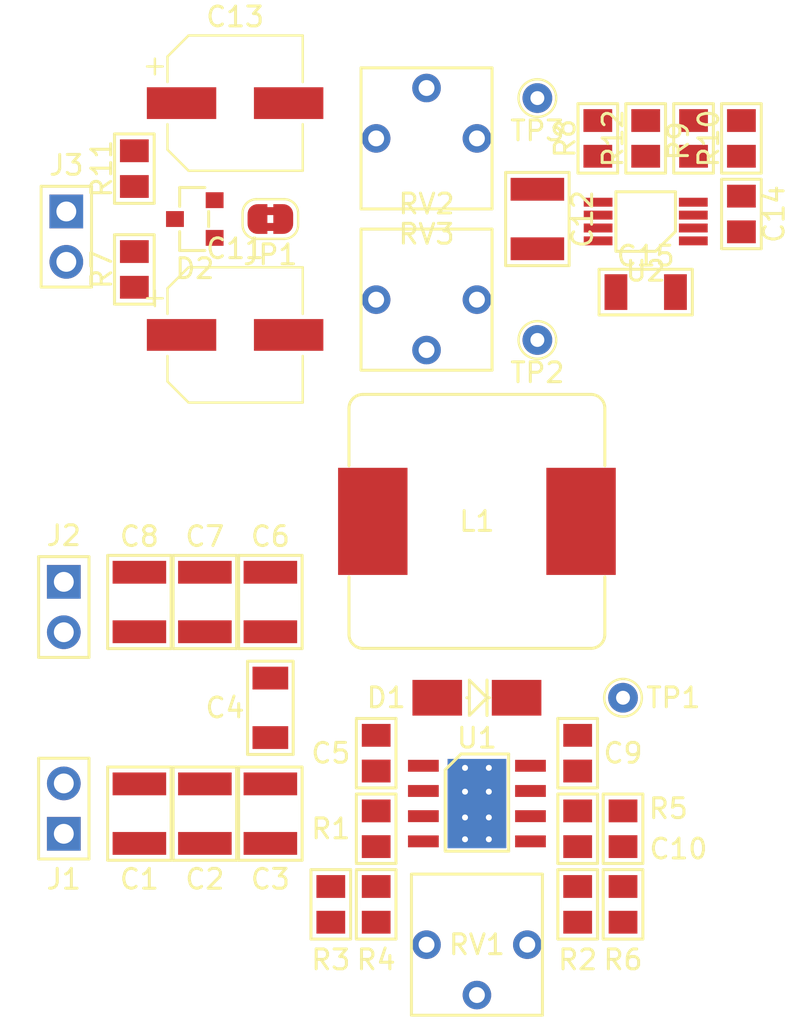
<source format=kicad_pcb>
(kicad_pcb (version 20171130) (host pcbnew "(6.0.0-rc1-dev-393-gfb3859642)")

  (general
    (thickness 1.6)
    (drawings 4)
    (tracks 0)
    (zones 0)
    (modules 42)
    (nets 23)
  )

  (page A4)
  (title_block
    (title "VFD power supply and filament driver")
    (rev v1.0)
  )

  (layers
    (0 F.Cu signal)
    (31 B.Cu signal)
    (32 B.Adhes user hide)
    (33 F.Adhes user hide)
    (34 B.Paste user hide)
    (35 F.Paste user hide)
    (36 B.SilkS user)
    (37 F.SilkS user)
    (38 B.Mask user)
    (39 F.Mask user)
    (40 Dwgs.User user)
    (41 Cmts.User user)
    (42 Eco1.User user hide)
    (43 Eco2.User user hide)
    (44 Edge.Cuts user hide)
    (45 Margin user)
    (46 B.CrtYd user)
    (47 F.CrtYd user)
    (48 B.Fab user)
    (49 F.Fab user hide)
  )

  (setup
    (last_trace_width 0.25)
    (trace_clearance 0.2)
    (zone_clearance 0.508)
    (zone_45_only no)
    (trace_min 0.2)
    (via_size 0.8)
    (via_drill 0.4)
    (via_min_size 0.4)
    (via_min_drill 0.3)
    (uvia_size 0.3)
    (uvia_drill 0.1)
    (uvias_allowed no)
    (uvia_min_size 0.2)
    (uvia_min_drill 0.1)
    (edge_width 0.05)
    (segment_width 0.2)
    (pcb_text_width 0.3)
    (pcb_text_size 1.5 1.5)
    (mod_edge_width 0.12)
    (mod_text_size 1 1)
    (mod_text_width 0.15)
    (pad_size 1.524 1.524)
    (pad_drill 0.762)
    (pad_to_mask_clearance 0.2)
    (aux_axis_origin 0 0)
    (visible_elements 7FFFFFFF)
    (pcbplotparams
      (layerselection 0x010fc_ffffffff)
      (usegerberextensions false)
      (usegerberattributes false)
      (usegerberadvancedattributes false)
      (creategerberjobfile false)
      (excludeedgelayer true)
      (linewidth 0.100000)
      (plotframeref false)
      (viasonmask false)
      (mode 1)
      (useauxorigin false)
      (hpglpennumber 1)
      (hpglpenspeed 20)
      (hpglpendiameter 15.000000)
      (psnegative false)
      (psa4output false)
      (plotreference true)
      (plotvalue true)
      (plotinvisibletext false)
      (padsonsilk false)
      (subtractmaskfromsilk false)
      (outputformat 1)
      (mirror false)
      (drillshape 1)
      (scaleselection 1)
      (outputdirectory ""))
  )

  (net 0 "")
  (net 1 GND)
  (net 2 +5V)
  (net 3 GNDPAD)
  (net 4 "Net-(C5-Pad2)")
  (net 5 "Net-(C5-Pad1)")
  (net 6 "Net-(C9-Pad1)")
  (net 7 "Net-(C10-Pad1)")
  (net 8 "Net-(C11-Pad2)")
  (net 9 VF1)
  (net 10 "Net-(C13-Pad2)")
  (net 11 VF2)
  (net 12 "Net-(C14-Pad1)")
  (net 13 "Net-(C15-Pad1)")
  (net 14 "Net-(D2-Pad2)")
  (net 15 "Net-(D2-Pad1)")
  (net 16 "Net-(R1-Pad2)")
  (net 17 "Net-(R2-Pad2)")
  (net 18 "Net-(R2-Pad1)")
  (net 19 "Net-(R4-Pad1)")
  (net 20 "Net-(R12-Pad1)")
  (net 21 "Net-(R10-Pad2)")
  (net 22 "Net-(RV3-Pad1)")

  (net_class Default "This is the default net class."
    (clearance 0.2)
    (trace_width 0.25)
    (via_dia 0.8)
    (via_drill 0.4)
    (uvia_dia 0.3)
    (uvia_drill 0.1)
    (add_net +5V)
    (add_net GND)
    (add_net GNDPAD)
    (add_net "Net-(C10-Pad1)")
    (add_net "Net-(C11-Pad2)")
    (add_net "Net-(C13-Pad2)")
    (add_net "Net-(C14-Pad1)")
    (add_net "Net-(C15-Pad1)")
    (add_net "Net-(C5-Pad1)")
    (add_net "Net-(C5-Pad2)")
    (add_net "Net-(C9-Pad1)")
    (add_net "Net-(D2-Pad1)")
    (add_net "Net-(D2-Pad2)")
    (add_net "Net-(R1-Pad2)")
    (add_net "Net-(R10-Pad2)")
    (add_net "Net-(R12-Pad1)")
    (add_net "Net-(R2-Pad1)")
    (add_net "Net-(R2-Pad2)")
    (add_net "Net-(R4-Pad1)")
    (add_net "Net-(RV3-Pad1)")
    (add_net VF1)
    (add_net VF2)
  )

  (module esynr3z_SO:VSSOP-8_3.0x3.0mm_P0.65mm (layer F.Cu) (tedit 5B87A98A) (tstamp 5BA28FD9)
    (at 149.479 30.607 180)
    (descr "VSSOP-8 3.0 x 3.0, http://www.ti.com/lit/ds/symlink/lm75b.pdf")
    (tags "vssop 8")
    (path /5B88F7E5)
    (attr smd)
    (fp_text reference U2 (at 0 -2.5 180) (layer F.SilkS)
      (effects (font (size 1 1) (thickness 0.15)))
    )
    (fp_text value LM4871 (at 0.02 2.73 180) (layer F.Fab)
      (effects (font (size 1 1) (thickness 0.15)))
    )
    (fp_line (start -0.5 -1.5) (end -1.5 -0.5) (layer F.SilkS) (width 0.15))
    (fp_line (start 1.5 -1.5) (end 1.5 1.5) (layer F.SilkS) (width 0.15))
    (fp_line (start -1.5 1.5) (end -1.5 -0.5) (layer F.SilkS) (width 0.15))
    (fp_line (start -0.5 -1.5) (end 1.5 -1.5) (layer F.SilkS) (width 0.15))
    (fp_line (start 1.5 1.5) (end -1.5 1.5) (layer F.SilkS) (width 0.15))
    (fp_text user %R (at 0 0 180) (layer F.Fab)
      (effects (font (size 0.5 0.5) (thickness 0.1)))
    )
    (fp_line (start 1.5 -1.5) (end 1.5 1.5) (layer F.Fab) (width 0.1))
    (fp_line (start 1.5 1.5) (end -1.5 1.5) (layer F.Fab) (width 0.1))
    (fp_line (start -1.5 1.5) (end -1.5 -0.5) (layer F.Fab) (width 0.1))
    (fp_line (start -0.5 -1.5) (end 1.5 -1.5) (layer F.Fab) (width 0.1))
    (fp_line (start -0.5 -1.5) (end -1.5 -0.5) (layer F.Fab) (width 0.1))
    (fp_line (start 3.48 -1.75) (end 3.48 1.75) (layer F.CrtYd) (width 0.05))
    (fp_line (start 3.48 1.75) (end -3.48 1.75) (layer F.CrtYd) (width 0.05))
    (fp_line (start -3.48 1.75) (end -3.48 -1.75) (layer F.CrtYd) (width 0.05))
    (fp_line (start -3.48 -1.75) (end 3.48 -1.75) (layer F.CrtYd) (width 0.05))
    (pad 8 smd rect (at 2.4 -0.975 90) (size 0.45 1.45) (layers F.Cu F.Paste F.Mask)
      (net 22 "Net-(RV3-Pad1)"))
    (pad 7 smd rect (at 2.4 -0.325 90) (size 0.45 1.45) (layers F.Cu F.Paste F.Mask)
      (net 1 GND))
    (pad 6 smd rect (at 2.4 0.325 90) (size 0.45 1.45) (layers F.Cu F.Paste F.Mask)
      (net 2 +5V))
    (pad 5 smd rect (at 2.4 0.975 90) (size 0.45 1.45) (layers F.Cu F.Paste F.Mask)
      (net 21 "Net-(R10-Pad2)"))
    (pad 4 smd rect (at -2.4 0.975 90) (size 0.45 1.45) (layers F.Cu F.Paste F.Mask)
      (net 12 "Net-(C14-Pad1)"))
    (pad 3 smd rect (at -2.4 0.325 90) (size 0.45 1.45) (layers F.Cu F.Paste F.Mask)
      (net 20 "Net-(R12-Pad1)"))
    (pad 2 smd rect (at -2.4 -0.325 90) (size 0.45 1.45) (layers F.Cu F.Paste F.Mask)
      (net 13 "Net-(C15-Pad1)"))
    (pad 1 smd rect (at -2.4 -0.975 90) (size 0.45 1.45) (layers F.Cu F.Paste F.Mask)
      (net 1 GND))
    (model ${KICAD_ESYNR3Z_3DMOD_DIR}/esynr3z_SO.3dshapes/VSSOP-8_3.0x3.0mm_P0.65mm.wrl
      (at (xyz 0 0 0))
      (scale (xyz 1 1 1))
      (rotate (xyz 0 0 0))
    )
  )

  (module esynr3z_SO:TI_SO-PowerPAD-8_ThermalVias (layer F.Cu) (tedit 5BA0D50E) (tstamp 5BA24E75)
    (at 140.97 59.944)
    (descr "8-pin HTSOP package with 1.27mm pin pitch, compatible with SOIC-8, 3.9x4.9mm² body, exposed pad, thermal vias with large copper area, as proposed in http://www.ti.com/lit/ds/symlink/tps5430.pdf")
    (tags "HTSOP 1.27")
    (path /5BA1E8E0)
    (attr smd)
    (fp_text reference U1 (at 0 -3.302) (layer F.SilkS)
      (effects (font (size 1 1) (thickness 0.15)))
    )
    (fp_text value TPS54360DDA (at 0 3.5) (layer F.Fab)
      (effects (font (size 1 1) (thickness 0.15)))
    )
    (fp_text user %R (at 0 0) (layer F.Fab)
      (effects (font (size 0.9 0.9) (thickness 0.135)))
    )
    (fp_line (start -0.95 -2.45) (end 1.95 -2.45) (layer F.Fab) (width 0.15))
    (fp_line (start 1.95 -2.45) (end 1.95 2.45) (layer F.Fab) (width 0.15))
    (fp_line (start 1.95 2.45) (end -1.95 2.45) (layer F.Fab) (width 0.15))
    (fp_line (start -1.95 2.45) (end -1.95 -1.45) (layer F.Fab) (width 0.15))
    (fp_line (start -1.95 -1.45) (end -0.95 -2.45) (layer F.Fab) (width 0.15))
    (fp_line (start -3.75 -2.75) (end -3.75 2.75) (layer F.CrtYd) (width 0.05))
    (fp_line (start 3.75 -2.75) (end 3.75 2.75) (layer F.CrtYd) (width 0.05))
    (fp_line (start -3.75 -2.75) (end 3.75 -2.75) (layer F.CrtYd) (width 0.05))
    (fp_line (start -3.75 2.75) (end 3.75 2.75) (layer F.CrtYd) (width 0.05))
    (fp_line (start -1.6 2.4) (end -1.6 -1.7) (layer F.SilkS) (width 0.15))
    (fp_line (start 1.6 -2.5) (end 1.6 2.4) (layer F.SilkS) (width 0.15))
    (fp_line (start -0.8 -2.5) (end 1.6 -2.5) (layer F.SilkS) (width 0.15))
    (fp_line (start -1.6 2.4) (end 1.6 2.4) (layer F.SilkS) (width 0.15))
    (fp_line (start -0.8 -2.5) (end -1.6 -1.7) (layer F.SilkS) (width 0.15))
    (pad 9 smd rect (at 0 0) (size 2.6 3.1) (layers F.Cu F.Paste F.Mask)
      (net 3 GNDPAD))
    (pad 9 smd rect (at 0 0) (size 2.95 4.5) (layers F.Cu)
      (net 3 GNDPAD))
    (pad 1 smd rect (at -2.7 -1.905) (size 1.55 0.6) (layers F.Cu F.Paste F.Mask)
      (net 5 "Net-(C5-Pad1)"))
    (pad 2 smd rect (at -2.7 -0.635) (size 1.55 0.6) (layers F.Cu F.Paste F.Mask)
      (net 2 +5V))
    (pad 3 smd rect (at -2.7 0.635) (size 1.55 0.6) (layers F.Cu F.Paste F.Mask)
      (net 16 "Net-(R1-Pad2)"))
    (pad 4 smd rect (at -2.7 1.905) (size 1.55 0.6) (layers F.Cu F.Paste F.Mask)
      (net 19 "Net-(R4-Pad1)"))
    (pad 5 smd rect (at 2.7 1.905) (size 1.55 0.6) (layers F.Cu F.Paste F.Mask)
      (net 17 "Net-(R2-Pad2)"))
    (pad 6 smd rect (at 2.7 0.635) (size 1.55 0.6) (layers F.Cu F.Paste F.Mask)
      (net 7 "Net-(C10-Pad1)"))
    (pad 7 smd rect (at 2.7 -0.635) (size 1.55 0.6) (layers F.Cu F.Paste F.Mask)
      (net 3 GNDPAD))
    (pad 8 smd rect (at 2.7 -1.905) (size 1.55 0.6) (layers F.Cu F.Paste F.Mask)
      (net 4 "Net-(C5-Pad2)"))
    (pad 9 smd rect (at 0 0) (size 2.95 4.5) (layers B.Cu)
      (net 3 GNDPAD))
    (pad 9 thru_hole circle (at -0.6 -1.8) (size 0.6 0.6) (drill 0.3) (layers *.Cu)
      (net 3 GNDPAD))
    (pad 9 thru_hole circle (at -0.6 -0.6) (size 0.6 0.6) (drill 0.3) (layers *.Cu)
      (net 3 GNDPAD))
    (pad 9 thru_hole circle (at 0.6 -0.6) (size 0.6 0.6) (drill 0.3) (layers *.Cu)
      (net 3 GNDPAD))
    (pad 9 thru_hole circle (at 0.6 -1.8) (size 0.6 0.6) (drill 0.3) (layers *.Cu)
      (net 3 GNDPAD))
    (pad 9 thru_hole circle (at -0.6 1.8) (size 0.6 0.6) (drill 0.3) (layers *.Cu)
      (net 3 GNDPAD))
    (pad 9 thru_hole circle (at -0.6 0.7) (size 0.6 0.6) (drill 0.3) (layers *.Cu)
      (net 3 GNDPAD))
    (pad 9 thru_hole circle (at 0.6 0.7) (size 0.6 0.6) (drill 0.3) (layers *.Cu)
      (net 3 GNDPAD))
    (pad 9 thru_hole circle (at 0.6 1.8) (size 0.6 0.6) (drill 0.3) (layers *.Cu)
      (net 3 GNDPAD))
    (pad 9 smd rect (at 0 0) (size 2.95 4.5) (layers B.Cu)
      (net 3 GNDPAD))
    (pad 9 smd rect (at 0 0) (size 2.6 3.1) (layers B.Cu B.Mask)
      (net 3 GNDPAD))
    (model ${KICAD_ESYNR3Z_3DMOD_DIR}/esynr3z_SO.3dshapes/SOIC-8_3.9x4.9mm_P1.27mm.wrl
      (at (xyz 0 0 0))
      (scale (xyz 1 1 1))
      (rotate (xyz 0 0 0))
    )
  )

  (module esynr3z_TestPoint:TestPoint_THTPad_D1.5mm_Drill0.7mm (layer F.Cu) (tedit 5BA2023D) (tstamp 5BA23B9D)
    (at 144.018 24.384 180)
    (descr "THT pad as test Point, diameter 1.5mm, hole diameter 0.7mm")
    (tags "test point tp th")
    (path /5BA30196)
    (attr virtual)
    (fp_text reference TP3 (at 0 -1.648 180) (layer F.SilkS)
      (effects (font (size 1 1) (thickness 0.15)))
    )
    (fp_text value TestPoint (at 0 1.75 180) (layer F.Fab)
      (effects (font (size 1 1) (thickness 0.15)))
    )
    (fp_circle (center 0 0) (end 0 0.95) (layer F.SilkS) (width 0.12))
    (fp_circle (center 0 0) (end 1.25 0) (layer F.CrtYd) (width 0.05))
    (fp_text user %R (at 0 -1.65 180) (layer F.Fab)
      (effects (font (size 1 1) (thickness 0.15)))
    )
    (pad 1 thru_hole circle (at 0 0 180) (size 1.5 1.5) (drill 0.7) (layers *.Cu *.Mask)
      (net 22 "Net-(RV3-Pad1)"))
  )

  (module esynr3z_TestPoint:TestPoint_THTPad_D1.5mm_Drill0.7mm (layer F.Cu) (tedit 5BA2023D) (tstamp 5BA23B95)
    (at 144.018 36.576 180)
    (descr "THT pad as test Point, diameter 1.5mm, hole diameter 0.7mm")
    (tags "test point tp th")
    (path /5BA2B439)
    (attr virtual)
    (fp_text reference TP2 (at 0 -1.648 180) (layer F.SilkS)
      (effects (font (size 1 1) (thickness 0.15)))
    )
    (fp_text value TestPoint (at 0 1.75 180) (layer F.Fab)
      (effects (font (size 1 1) (thickness 0.15)))
    )
    (fp_circle (center 0 0) (end 0 0.95) (layer F.SilkS) (width 0.12))
    (fp_circle (center 0 0) (end 1.25 0) (layer F.CrtYd) (width 0.05))
    (fp_text user %R (at 0 -1.65 180) (layer F.Fab)
      (effects (font (size 1 1) (thickness 0.15)))
    )
    (pad 1 thru_hole circle (at 0 0 180) (size 1.5 1.5) (drill 0.7) (layers *.Cu *.Mask)
      (net 21 "Net-(R10-Pad2)"))
  )

  (module esynr3z_TestPoint:TestPoint_THTPad_D1.5mm_Drill0.7mm (layer F.Cu) (tedit 5BA2023D) (tstamp 5BA25DD8)
    (at 148.336 54.61)
    (descr "THT pad as test Point, diameter 1.5mm, hole diameter 0.7mm")
    (tags "test point tp th")
    (path /5BA2ABE7)
    (attr virtual)
    (fp_text reference TP1 (at 2.54 0) (layer F.SilkS)
      (effects (font (size 1 1) (thickness 0.15)))
    )
    (fp_text value TestPoint (at 0 1.75) (layer F.Fab)
      (effects (font (size 1 1) (thickness 0.15)))
    )
    (fp_circle (center 0 0) (end 0 0.95) (layer F.SilkS) (width 0.12))
    (fp_circle (center 0 0) (end 1.25 0) (layer F.CrtYd) (width 0.05))
    (fp_text user %R (at 0 -1.65) (layer F.Fab)
      (effects (font (size 1 1) (thickness 0.15)))
    )
    (pad 1 thru_hole circle (at 0 0) (size 1.5 1.5) (drill 0.7) (layers *.Cu *.Mask)
      (net 4 "Net-(C5-Pad2)"))
  )

  (module esynr3z_Potentiometer:Bourns_3362P (layer F.Cu) (tedit 5B892B37) (tstamp 5BA23B85)
    (at 138.43 26.416 180)
    (descr "Potentiometer, vertical, Bourns 3362P")
    (tags "trimmer potentiometer vertical th")
    (path /5B892DAA)
    (fp_text reference RV3 (at 0 -4.826 180) (layer F.SilkS)
      (effects (font (size 1 1) (thickness 0.15)))
    )
    (fp_text value 50 (at 0 5.588 180) (layer F.Fab)
      (effects (font (size 1 1) (thickness 0.15)))
    )
    (fp_text user %R (at -5.08 0 270) (layer F.Fab)
      (effects (font (size 1 1) (thickness 0.15)))
    )
    (fp_line (start 3.556 -3.81) (end -3.556 -3.81) (layer F.CrtYd) (width 0.05))
    (fp_line (start 3.556 3.81) (end 3.556 -3.81) (layer F.CrtYd) (width 0.05))
    (fp_line (start -3.556 3.81) (end 3.556 3.81) (layer F.CrtYd) (width 0.05))
    (fp_line (start -3.556 -3.81) (end -3.556 3.81) (layer F.CrtYd) (width 0.05))
    (fp_line (start 3.302 -3.556) (end 3.302 3.556) (layer F.SilkS) (width 0.15))
    (fp_line (start -3.302 -3.556) (end -3.302 3.556) (layer F.SilkS) (width 0.15))
    (fp_line (start -3.302 3.556) (end 3.302 3.556) (layer F.SilkS) (width 0.15))
    (fp_line (start -3.302 -3.556) (end 3.302 -3.556) (layer F.SilkS) (width 0.15))
    (fp_line (start -0.002 1.433) (end -0.001 -1.686) (layer F.Fab) (width 0.1))
    (fp_line (start -0.002 1.433) (end -0.001 -1.686) (layer F.Fab) (width 0.1))
    (fp_line (start 3.3 -3.53) (end -3.3 -3.53) (layer F.Fab) (width 0.1))
    (fp_line (start 3.3 3.46) (end 3.3 -3.53) (layer F.Fab) (width 0.1))
    (fp_line (start -3.3 3.46) (end 3.3 3.46) (layer F.Fab) (width 0.1))
    (fp_line (start -3.3 -3.53) (end -3.3 3.46) (layer F.Fab) (width 0.1))
    (fp_circle (center -0.002 -0.127) (end 1.573 -0.127) (layer F.Fab) (width 0.1))
    (pad 1 thru_hole circle (at -2.54 0 180) (size 1.44 1.44) (drill 0.8) (layers *.Cu *.Mask)
      (net 22 "Net-(RV3-Pad1)"))
    (pad 2 thru_hole circle (at 0 2.54 180) (size 1.44 1.44) (drill 0.8) (layers *.Cu *.Mask)
      (net 10 "Net-(C13-Pad2)"))
    (pad 3 thru_hole circle (at 2.54 0 180) (size 1.44 1.44) (drill 0.8) (layers *.Cu *.Mask)
      (net 10 "Net-(C13-Pad2)"))
    (model ${KICAD_ESYNR3Z_3DMOD_DIR}/esynr3z_Potentiometer.3dshapes/Bourns_3362P.step
      (at (xyz 0 0 0))
      (scale (xyz 1 1 1))
      (rotate (xyz -90 0 180))
    )
  )

  (module esynr3z_Potentiometer:Bourns_3362P (layer F.Cu) (tedit 5B892B37) (tstamp 5BA23B6E)
    (at 138.43 34.544)
    (descr "Potentiometer, vertical, Bourns 3362P")
    (tags "trimmer potentiometer vertical th")
    (path /5B892CB7)
    (fp_text reference RV2 (at 0 -4.826) (layer F.SilkS)
      (effects (font (size 1 1) (thickness 0.15)))
    )
    (fp_text value 50 (at 0 5.588) (layer F.Fab)
      (effects (font (size 1 1) (thickness 0.15)))
    )
    (fp_text user %R (at -5.08 0 90) (layer F.Fab)
      (effects (font (size 1 1) (thickness 0.15)))
    )
    (fp_line (start 3.556 -3.81) (end -3.556 -3.81) (layer F.CrtYd) (width 0.05))
    (fp_line (start 3.556 3.81) (end 3.556 -3.81) (layer F.CrtYd) (width 0.05))
    (fp_line (start -3.556 3.81) (end 3.556 3.81) (layer F.CrtYd) (width 0.05))
    (fp_line (start -3.556 -3.81) (end -3.556 3.81) (layer F.CrtYd) (width 0.05))
    (fp_line (start 3.302 -3.556) (end 3.302 3.556) (layer F.SilkS) (width 0.15))
    (fp_line (start -3.302 -3.556) (end -3.302 3.556) (layer F.SilkS) (width 0.15))
    (fp_line (start -3.302 3.556) (end 3.302 3.556) (layer F.SilkS) (width 0.15))
    (fp_line (start -3.302 -3.556) (end 3.302 -3.556) (layer F.SilkS) (width 0.15))
    (fp_line (start -0.002 1.433) (end -0.001 -1.686) (layer F.Fab) (width 0.1))
    (fp_line (start -0.002 1.433) (end -0.001 -1.686) (layer F.Fab) (width 0.1))
    (fp_line (start 3.3 -3.53) (end -3.3 -3.53) (layer F.Fab) (width 0.1))
    (fp_line (start 3.3 3.46) (end 3.3 -3.53) (layer F.Fab) (width 0.1))
    (fp_line (start -3.3 3.46) (end 3.3 3.46) (layer F.Fab) (width 0.1))
    (fp_line (start -3.3 -3.53) (end -3.3 3.46) (layer F.Fab) (width 0.1))
    (fp_circle (center -0.002 -0.127) (end 1.573 -0.127) (layer F.Fab) (width 0.1))
    (pad 1 thru_hole circle (at -2.54 0) (size 1.44 1.44) (drill 0.8) (layers *.Cu *.Mask)
      (net 8 "Net-(C11-Pad2)"))
    (pad 2 thru_hole circle (at 0 2.54) (size 1.44 1.44) (drill 0.8) (layers *.Cu *.Mask)
      (net 8 "Net-(C11-Pad2)"))
    (pad 3 thru_hole circle (at 2.54 0) (size 1.44 1.44) (drill 0.8) (layers *.Cu *.Mask)
      (net 21 "Net-(R10-Pad2)"))
    (model ${KICAD_ESYNR3Z_3DMOD_DIR}/esynr3z_Potentiometer.3dshapes/Bourns_3362P.step
      (at (xyz 0 0 0))
      (scale (xyz 1 1 1))
      (rotate (xyz -90 0 180))
    )
  )

  (module esynr3z_Potentiometer:Bourns_3362P (layer F.Cu) (tedit 5B892B37) (tstamp 5BA23B57)
    (at 140.97 67.056)
    (descr "Potentiometer, vertical, Bourns 3362P")
    (tags "trimmer potentiometer vertical th")
    (path /5B88D373)
    (fp_text reference RV1 (at 0 0 180) (layer F.SilkS)
      (effects (font (size 1 1) (thickness 0.15)))
    )
    (fp_text value 20k (at 0 5.588) (layer F.Fab)
      (effects (font (size 1 1) (thickness 0.15)))
    )
    (fp_text user %R (at -5.08 0 90) (layer F.Fab)
      (effects (font (size 1 1) (thickness 0.15)))
    )
    (fp_line (start 3.556 -3.81) (end -3.556 -3.81) (layer F.CrtYd) (width 0.05))
    (fp_line (start 3.556 3.81) (end 3.556 -3.81) (layer F.CrtYd) (width 0.05))
    (fp_line (start -3.556 3.81) (end 3.556 3.81) (layer F.CrtYd) (width 0.05))
    (fp_line (start -3.556 -3.81) (end -3.556 3.81) (layer F.CrtYd) (width 0.05))
    (fp_line (start 3.302 -3.556) (end 3.302 3.556) (layer F.SilkS) (width 0.15))
    (fp_line (start -3.302 -3.556) (end -3.302 3.556) (layer F.SilkS) (width 0.15))
    (fp_line (start -3.302 3.556) (end 3.302 3.556) (layer F.SilkS) (width 0.15))
    (fp_line (start -3.302 -3.556) (end 3.302 -3.556) (layer F.SilkS) (width 0.15))
    (fp_line (start -0.002 1.433) (end -0.001 -1.686) (layer F.Fab) (width 0.1))
    (fp_line (start -0.002 1.433) (end -0.001 -1.686) (layer F.Fab) (width 0.1))
    (fp_line (start 3.3 -3.53) (end -3.3 -3.53) (layer F.Fab) (width 0.1))
    (fp_line (start 3.3 3.46) (end 3.3 -3.53) (layer F.Fab) (width 0.1))
    (fp_line (start -3.3 3.46) (end 3.3 3.46) (layer F.Fab) (width 0.1))
    (fp_line (start -3.3 -3.53) (end -3.3 3.46) (layer F.Fab) (width 0.1))
    (fp_circle (center -0.002 -0.127) (end 1.573 -0.127) (layer F.Fab) (width 0.1))
    (pad 1 thru_hole circle (at -2.54 0) (size 1.44 1.44) (drill 0.8) (layers *.Cu *.Mask)
      (net 1 GND))
    (pad 2 thru_hole circle (at 0 2.54) (size 1.44 1.44) (drill 0.8) (layers *.Cu *.Mask)
      (net 18 "Net-(R2-Pad1)"))
    (pad 3 thru_hole circle (at 2.54 0) (size 1.44 1.44) (drill 0.8) (layers *.Cu *.Mask)
      (net 18 "Net-(R2-Pad1)"))
    (model ${KICAD_ESYNR3Z_3DMOD_DIR}/esynr3z_Potentiometer.3dshapes/Bourns_3362P.step
      (at (xyz 0 0 0))
      (scale (xyz 1 1 1))
      (rotate (xyz -90 0 180))
    )
  )

  (module esynr3z_Resistor:R_0805 (layer F.Cu) (tedit 5B4E1C77) (tstamp 5BA29698)
    (at 149.479 26.416 90)
    (descr "SMD 0805 (2012 Metric)")
    (tags "resistor 0805")
    (path /5B892A41)
    (attr smd)
    (fp_text reference R12 (at 0 -1.65 90) (layer F.SilkS)
      (effects (font (size 1 1) (thickness 0.15)))
    )
    (fp_text value 10k (at 0 1.65 90) (layer F.Fab)
      (effects (font (size 1 1) (thickness 0.15)))
    )
    (fp_line (start -1.75 1) (end -1.75 -1) (layer F.SilkS) (width 0.15))
    (fp_line (start 1.75 1) (end -1.75 1) (layer F.SilkS) (width 0.15))
    (fp_line (start 1.75 -1) (end 1.75 1) (layer F.SilkS) (width 0.15))
    (fp_line (start -1.75 -1) (end 1.75 -1) (layer F.SilkS) (width 0.15))
    (fp_text user %R (at 0 0 90) (layer F.Fab)
      (effects (font (size 0.5 0.5) (thickness 0.08)))
    )
    (fp_line (start 1.75 1) (end -1.75 1) (layer F.CrtYd) (width 0.05))
    (fp_line (start 1.75 -1) (end 1.75 1) (layer F.CrtYd) (width 0.05))
    (fp_line (start -1.75 -1) (end 1.75 -1) (layer F.CrtYd) (width 0.05))
    (fp_line (start -1.75 1) (end -1.75 -1) (layer F.CrtYd) (width 0.05))
    (fp_line (start 1 0.6) (end -1 0.6) (layer F.Fab) (width 0.1))
    (fp_line (start 1 -0.6) (end 1 0.6) (layer F.Fab) (width 0.1))
    (fp_line (start -1 -0.6) (end 1 -0.6) (layer F.Fab) (width 0.1))
    (fp_line (start -1 0.6) (end -1 -0.6) (layer F.Fab) (width 0.1))
    (pad 2 smd rect (at 0.9 0 90) (size 1.15 1.45) (layers F.Cu F.Paste F.Mask)
      (net 1 GND))
    (pad 1 smd rect (at -0.9 0 90) (size 1.15 1.45) (layers F.Cu F.Paste F.Mask)
      (net 20 "Net-(R12-Pad1)"))
    (model ${KICAD_ESYNR3Z_3DMOD_DIR}/esynr3z_Resistor.3dshapes/R_0805_2012Metric.wrl
      (at (xyz 0 0 0))
      (scale (xyz 1 1 1))
      (rotate (xyz 0 0 0))
    )
  )

  (module esynr3z_Resistor:R_0805 (layer F.Cu) (tedit 5B4E1C77) (tstamp 5BA23B2D)
    (at 123.698 27.94 90)
    (descr "SMD 0805 (2012 Metric)")
    (tags "resistor 0805")
    (path /5B89320D)
    (attr smd)
    (fp_text reference R11 (at 0 -1.65 90) (layer F.SilkS)
      (effects (font (size 1 1) (thickness 0.15)))
    )
    (fp_text value 100 (at 0 1.65 90) (layer F.Fab)
      (effects (font (size 1 1) (thickness 0.15)))
    )
    (fp_line (start -1.75 1) (end -1.75 -1) (layer F.SilkS) (width 0.15))
    (fp_line (start 1.75 1) (end -1.75 1) (layer F.SilkS) (width 0.15))
    (fp_line (start 1.75 -1) (end 1.75 1) (layer F.SilkS) (width 0.15))
    (fp_line (start -1.75 -1) (end 1.75 -1) (layer F.SilkS) (width 0.15))
    (fp_text user %R (at 0 0 90) (layer F.Fab)
      (effects (font (size 0.5 0.5) (thickness 0.08)))
    )
    (fp_line (start 1.75 1) (end -1.75 1) (layer F.CrtYd) (width 0.05))
    (fp_line (start 1.75 -1) (end 1.75 1) (layer F.CrtYd) (width 0.05))
    (fp_line (start -1.75 -1) (end 1.75 -1) (layer F.CrtYd) (width 0.05))
    (fp_line (start -1.75 1) (end -1.75 -1) (layer F.CrtYd) (width 0.05))
    (fp_line (start 1 0.6) (end -1 0.6) (layer F.Fab) (width 0.1))
    (fp_line (start 1 -0.6) (end 1 0.6) (layer F.Fab) (width 0.1))
    (fp_line (start -1 -0.6) (end 1 -0.6) (layer F.Fab) (width 0.1))
    (fp_line (start -1 0.6) (end -1 -0.6) (layer F.Fab) (width 0.1))
    (pad 2 smd rect (at 0.9 0 90) (size 1.15 1.45) (layers F.Cu F.Paste F.Mask)
      (net 11 VF2))
    (pad 1 smd rect (at -0.9 0 90) (size 1.15 1.45) (layers F.Cu F.Paste F.Mask)
      (net 15 "Net-(D2-Pad1)"))
    (model ${KICAD_ESYNR3Z_3DMOD_DIR}/esynr3z_Resistor.3dshapes/R_0805_2012Metric.wrl
      (at (xyz 0 0 0))
      (scale (xyz 1 1 1))
      (rotate (xyz 0 0 0))
    )
  )

  (module esynr3z_Resistor:R_0805 (layer F.Cu) (tedit 5B4E1C77) (tstamp 5BA23B1A)
    (at 154.305 26.416 90)
    (descr "SMD 0805 (2012 Metric)")
    (tags "resistor 0805")
    (path /5B89283C)
    (attr smd)
    (fp_text reference R10 (at 0 -1.65 90) (layer F.SilkS)
      (effects (font (size 1 1) (thickness 0.15)))
    )
    (fp_text value 2.2k (at 0 1.65 90) (layer F.Fab)
      (effects (font (size 1 1) (thickness 0.15)))
    )
    (fp_line (start -1.75 1) (end -1.75 -1) (layer F.SilkS) (width 0.15))
    (fp_line (start 1.75 1) (end -1.75 1) (layer F.SilkS) (width 0.15))
    (fp_line (start 1.75 -1) (end 1.75 1) (layer F.SilkS) (width 0.15))
    (fp_line (start -1.75 -1) (end 1.75 -1) (layer F.SilkS) (width 0.15))
    (fp_text user %R (at 0 0 90) (layer F.Fab)
      (effects (font (size 0.5 0.5) (thickness 0.08)))
    )
    (fp_line (start 1.75 1) (end -1.75 1) (layer F.CrtYd) (width 0.05))
    (fp_line (start 1.75 -1) (end 1.75 1) (layer F.CrtYd) (width 0.05))
    (fp_line (start -1.75 -1) (end 1.75 -1) (layer F.CrtYd) (width 0.05))
    (fp_line (start -1.75 1) (end -1.75 -1) (layer F.CrtYd) (width 0.05))
    (fp_line (start 1 0.6) (end -1 0.6) (layer F.Fab) (width 0.1))
    (fp_line (start 1 -0.6) (end 1 0.6) (layer F.Fab) (width 0.1))
    (fp_line (start -1 -0.6) (end 1 -0.6) (layer F.Fab) (width 0.1))
    (fp_line (start -1 0.6) (end -1 -0.6) (layer F.Fab) (width 0.1))
    (pad 2 smd rect (at 0.9 0 90) (size 1.15 1.45) (layers F.Cu F.Paste F.Mask)
      (net 21 "Net-(R10-Pad2)"))
    (pad 1 smd rect (at -0.9 0 90) (size 1.15 1.45) (layers F.Cu F.Paste F.Mask)
      (net 12 "Net-(C14-Pad1)"))
    (model ${KICAD_ESYNR3Z_3DMOD_DIR}/esynr3z_Resistor.3dshapes/R_0805_2012Metric.wrl
      (at (xyz 0 0 0))
      (scale (xyz 1 1 1))
      (rotate (xyz 0 0 0))
    )
  )

  (module esynr3z_Resistor:R_0805 (layer F.Cu) (tedit 5B4E1C77) (tstamp 5BA23B07)
    (at 151.892 26.416 90)
    (descr "SMD 0805 (2012 Metric)")
    (tags "resistor 0805")
    (path /5B892994)
    (attr smd)
    (fp_text reference R9 (at -0.127 -0.762 90) (layer F.SilkS)
      (effects (font (size 1 1) (thickness 0.15)))
    )
    (fp_text value 10k (at 0 1.65 90) (layer F.Fab)
      (effects (font (size 1 1) (thickness 0.15)))
    )
    (fp_line (start -1.75 1) (end -1.75 -1) (layer F.SilkS) (width 0.15))
    (fp_line (start 1.75 1) (end -1.75 1) (layer F.SilkS) (width 0.15))
    (fp_line (start 1.75 -1) (end 1.75 1) (layer F.SilkS) (width 0.15))
    (fp_line (start -1.75 -1) (end 1.75 -1) (layer F.SilkS) (width 0.15))
    (fp_text user %R (at 0 0 90) (layer F.Fab)
      (effects (font (size 0.5 0.5) (thickness 0.08)))
    )
    (fp_line (start 1.75 1) (end -1.75 1) (layer F.CrtYd) (width 0.05))
    (fp_line (start 1.75 -1) (end 1.75 1) (layer F.CrtYd) (width 0.05))
    (fp_line (start -1.75 -1) (end 1.75 -1) (layer F.CrtYd) (width 0.05))
    (fp_line (start -1.75 1) (end -1.75 -1) (layer F.CrtYd) (width 0.05))
    (fp_line (start 1 0.6) (end -1 0.6) (layer F.Fab) (width 0.1))
    (fp_line (start 1 -0.6) (end 1 0.6) (layer F.Fab) (width 0.1))
    (fp_line (start -1 -0.6) (end 1 -0.6) (layer F.Fab) (width 0.1))
    (fp_line (start -1 0.6) (end -1 -0.6) (layer F.Fab) (width 0.1))
    (pad 2 smd rect (at 0.9 0 90) (size 1.15 1.45) (layers F.Cu F.Paste F.Mask)
      (net 21 "Net-(R10-Pad2)"))
    (pad 1 smd rect (at -0.9 0 90) (size 1.15 1.45) (layers F.Cu F.Paste F.Mask)
      (net 20 "Net-(R12-Pad1)"))
    (model ${KICAD_ESYNR3Z_3DMOD_DIR}/esynr3z_Resistor.3dshapes/R_0805_2012Metric.wrl
      (at (xyz 0 0 0))
      (scale (xyz 1 1 1))
      (rotate (xyz 0 0 0))
    )
  )

  (module esynr3z_Resistor:R_0805 (layer F.Cu) (tedit 5B4E1C77) (tstamp 5BA23AF4)
    (at 147.066 26.416 90)
    (descr "SMD 0805 (2012 Metric)")
    (tags "resistor 0805")
    (path /5B8928DF)
    (attr smd)
    (fp_text reference R8 (at 0 -1.65 90) (layer F.SilkS)
      (effects (font (size 1 1) (thickness 0.15)))
    )
    (fp_text value 10k (at 0 1.65 90) (layer F.Fab)
      (effects (font (size 1 1) (thickness 0.15)))
    )
    (fp_line (start -1.75 1) (end -1.75 -1) (layer F.SilkS) (width 0.15))
    (fp_line (start 1.75 1) (end -1.75 1) (layer F.SilkS) (width 0.15))
    (fp_line (start 1.75 -1) (end 1.75 1) (layer F.SilkS) (width 0.15))
    (fp_line (start -1.75 -1) (end 1.75 -1) (layer F.SilkS) (width 0.15))
    (fp_text user %R (at 0 0 90) (layer F.Fab)
      (effects (font (size 0.5 0.5) (thickness 0.08)))
    )
    (fp_line (start 1.75 1) (end -1.75 1) (layer F.CrtYd) (width 0.05))
    (fp_line (start 1.75 -1) (end 1.75 1) (layer F.CrtYd) (width 0.05))
    (fp_line (start -1.75 -1) (end 1.75 -1) (layer F.CrtYd) (width 0.05))
    (fp_line (start -1.75 1) (end -1.75 -1) (layer F.CrtYd) (width 0.05))
    (fp_line (start 1 0.6) (end -1 0.6) (layer F.Fab) (width 0.1))
    (fp_line (start 1 -0.6) (end 1 0.6) (layer F.Fab) (width 0.1))
    (fp_line (start -1 -0.6) (end 1 -0.6) (layer F.Fab) (width 0.1))
    (fp_line (start -1 0.6) (end -1 -0.6) (layer F.Fab) (width 0.1))
    (pad 2 smd rect (at 0.9 0 90) (size 1.15 1.45) (layers F.Cu F.Paste F.Mask)
      (net 2 +5V))
    (pad 1 smd rect (at -0.9 0 90) (size 1.15 1.45) (layers F.Cu F.Paste F.Mask)
      (net 20 "Net-(R12-Pad1)"))
    (model ${KICAD_ESYNR3Z_3DMOD_DIR}/esynr3z_Resistor.3dshapes/R_0805_2012Metric.wrl
      (at (xyz 0 0 0))
      (scale (xyz 1 1 1))
      (rotate (xyz 0 0 0))
    )
  )

  (module esynr3z_Resistor:R_0805 (layer F.Cu) (tedit 5B4E1C77) (tstamp 5BA23AE1)
    (at 123.698 33.02 90)
    (descr "SMD 0805 (2012 Metric)")
    (tags "resistor 0805")
    (path /5B893154)
    (attr smd)
    (fp_text reference R7 (at 0 -1.65 90) (layer F.SilkS)
      (effects (font (size 1 1) (thickness 0.15)))
    )
    (fp_text value 100 (at 0 1.65 90) (layer F.Fab)
      (effects (font (size 1 1) (thickness 0.15)))
    )
    (fp_line (start -1.75 1) (end -1.75 -1) (layer F.SilkS) (width 0.15))
    (fp_line (start 1.75 1) (end -1.75 1) (layer F.SilkS) (width 0.15))
    (fp_line (start 1.75 -1) (end 1.75 1) (layer F.SilkS) (width 0.15))
    (fp_line (start -1.75 -1) (end 1.75 -1) (layer F.SilkS) (width 0.15))
    (fp_text user %R (at 0 0 90) (layer F.Fab)
      (effects (font (size 0.5 0.5) (thickness 0.08)))
    )
    (fp_line (start 1.75 1) (end -1.75 1) (layer F.CrtYd) (width 0.05))
    (fp_line (start 1.75 -1) (end 1.75 1) (layer F.CrtYd) (width 0.05))
    (fp_line (start -1.75 -1) (end 1.75 -1) (layer F.CrtYd) (width 0.05))
    (fp_line (start -1.75 1) (end -1.75 -1) (layer F.CrtYd) (width 0.05))
    (fp_line (start 1 0.6) (end -1 0.6) (layer F.Fab) (width 0.1))
    (fp_line (start 1 -0.6) (end 1 0.6) (layer F.Fab) (width 0.1))
    (fp_line (start -1 -0.6) (end 1 -0.6) (layer F.Fab) (width 0.1))
    (fp_line (start -1 0.6) (end -1 -0.6) (layer F.Fab) (width 0.1))
    (pad 2 smd rect (at 0.9 0 90) (size 1.15 1.45) (layers F.Cu F.Paste F.Mask)
      (net 15 "Net-(D2-Pad1)"))
    (pad 1 smd rect (at -0.9 0 90) (size 1.15 1.45) (layers F.Cu F.Paste F.Mask)
      (net 9 VF1))
    (model ${KICAD_ESYNR3Z_3DMOD_DIR}/esynr3z_Resistor.3dshapes/R_0805_2012Metric.wrl
      (at (xyz 0 0 0))
      (scale (xyz 1 1 1))
      (rotate (xyz 0 0 0))
    )
  )

  (module esynr3z_Resistor:R_0805 (layer F.Cu) (tedit 5B4E1C77) (tstamp 5BA26F67)
    (at 148.336 65.024 270)
    (descr "SMD 0805 (2012 Metric)")
    (tags "resistor 0805")
    (path /5BAA8D6B)
    (attr smd)
    (fp_text reference R6 (at 2.794 0) (layer F.SilkS)
      (effects (font (size 1 1) (thickness 0.15)))
    )
    (fp_text value 1k (at 0 1.65 270) (layer F.Fab)
      (effects (font (size 1 1) (thickness 0.15)))
    )
    (fp_line (start -1.75 1) (end -1.75 -1) (layer F.SilkS) (width 0.15))
    (fp_line (start 1.75 1) (end -1.75 1) (layer F.SilkS) (width 0.15))
    (fp_line (start 1.75 -1) (end 1.75 1) (layer F.SilkS) (width 0.15))
    (fp_line (start -1.75 -1) (end 1.75 -1) (layer F.SilkS) (width 0.15))
    (fp_text user %R (at 0 0 270) (layer F.Fab)
      (effects (font (size 0.5 0.5) (thickness 0.08)))
    )
    (fp_line (start 1.75 1) (end -1.75 1) (layer F.CrtYd) (width 0.05))
    (fp_line (start 1.75 -1) (end 1.75 1) (layer F.CrtYd) (width 0.05))
    (fp_line (start -1.75 -1) (end 1.75 -1) (layer F.CrtYd) (width 0.05))
    (fp_line (start -1.75 1) (end -1.75 -1) (layer F.CrtYd) (width 0.05))
    (fp_line (start 1 0.6) (end -1 0.6) (layer F.Fab) (width 0.1))
    (fp_line (start 1 -0.6) (end 1 0.6) (layer F.Fab) (width 0.1))
    (fp_line (start -1 -0.6) (end 1 -0.6) (layer F.Fab) (width 0.1))
    (fp_line (start -1 0.6) (end -1 -0.6) (layer F.Fab) (width 0.1))
    (pad 2 smd rect (at 0.9 0 270) (size 1.15 1.45) (layers F.Cu F.Paste F.Mask)
      (net 3 GNDPAD))
    (pad 1 smd rect (at -0.9 0 270) (size 1.15 1.45) (layers F.Cu F.Paste F.Mask)
      (net 17 "Net-(R2-Pad2)"))
    (model ${KICAD_ESYNR3Z_3DMOD_DIR}/esynr3z_Resistor.3dshapes/R_0805_2012Metric.wrl
      (at (xyz 0 0 0))
      (scale (xyz 1 1 1))
      (rotate (xyz 0 0 0))
    )
  )

  (module esynr3z_Resistor:R_0805 (layer F.Cu) (tedit 5B4E1C77) (tstamp 5BA28422)
    (at 148.336 61.214 90)
    (descr "SMD 0805 (2012 Metric)")
    (tags "resistor 0805")
    (path /5BA5DB54)
    (attr smd)
    (fp_text reference R5 (at 1.016 2.286 180) (layer F.SilkS)
      (effects (font (size 1 1) (thickness 0.15)))
    )
    (fp_text value 6.8k (at 0 1.65 90) (layer F.Fab)
      (effects (font (size 1 1) (thickness 0.15)))
    )
    (fp_line (start -1.75 1) (end -1.75 -1) (layer F.SilkS) (width 0.15))
    (fp_line (start 1.75 1) (end -1.75 1) (layer F.SilkS) (width 0.15))
    (fp_line (start 1.75 -1) (end 1.75 1) (layer F.SilkS) (width 0.15))
    (fp_line (start -1.75 -1) (end 1.75 -1) (layer F.SilkS) (width 0.15))
    (fp_text user %R (at 0 0 90) (layer F.Fab)
      (effects (font (size 0.5 0.5) (thickness 0.08)))
    )
    (fp_line (start 1.75 1) (end -1.75 1) (layer F.CrtYd) (width 0.05))
    (fp_line (start 1.75 -1) (end 1.75 1) (layer F.CrtYd) (width 0.05))
    (fp_line (start -1.75 -1) (end 1.75 -1) (layer F.CrtYd) (width 0.05))
    (fp_line (start -1.75 1) (end -1.75 -1) (layer F.CrtYd) (width 0.05))
    (fp_line (start 1 0.6) (end -1 0.6) (layer F.Fab) (width 0.1))
    (fp_line (start 1 -0.6) (end 1 0.6) (layer F.Fab) (width 0.1))
    (fp_line (start -1 -0.6) (end 1 -0.6) (layer F.Fab) (width 0.1))
    (fp_line (start -1 0.6) (end -1 -0.6) (layer F.Fab) (width 0.1))
    (pad 2 smd rect (at 0.9 0 90) (size 1.15 1.45) (layers F.Cu F.Paste F.Mask)
      (net 6 "Net-(C9-Pad1)"))
    (pad 1 smd rect (at -0.9 0 90) (size 1.15 1.45) (layers F.Cu F.Paste F.Mask)
      (net 7 "Net-(C10-Pad1)"))
    (model ${KICAD_ESYNR3Z_3DMOD_DIR}/esynr3z_Resistor.3dshapes/R_0805_2012Metric.wrl
      (at (xyz 0 0 0))
      (scale (xyz 1 1 1))
      (rotate (xyz 0 0 0))
    )
  )

  (module esynr3z_Resistor:R_0805 (layer F.Cu) (tedit 5B4E1C77) (tstamp 5BA24F5C)
    (at 135.89 65.024 270)
    (descr "SMD 0805 (2012 Metric)")
    (tags "resistor 0805")
    (path /5BA20E92)
    (attr smd)
    (fp_text reference R4 (at 2.794 0) (layer F.SilkS)
      (effects (font (size 1 1) (thickness 0.15)))
    )
    (fp_text value 220k (at 0 1.65 270) (layer F.Fab)
      (effects (font (size 1 1) (thickness 0.15)))
    )
    (fp_line (start -1.75 1) (end -1.75 -1) (layer F.SilkS) (width 0.15))
    (fp_line (start 1.75 1) (end -1.75 1) (layer F.SilkS) (width 0.15))
    (fp_line (start 1.75 -1) (end 1.75 1) (layer F.SilkS) (width 0.15))
    (fp_line (start -1.75 -1) (end 1.75 -1) (layer F.SilkS) (width 0.15))
    (fp_text user %R (at 0 0 270) (layer F.Fab)
      (effects (font (size 0.5 0.5) (thickness 0.08)))
    )
    (fp_line (start 1.75 1) (end -1.75 1) (layer F.CrtYd) (width 0.05))
    (fp_line (start 1.75 -1) (end 1.75 1) (layer F.CrtYd) (width 0.05))
    (fp_line (start -1.75 -1) (end 1.75 -1) (layer F.CrtYd) (width 0.05))
    (fp_line (start -1.75 1) (end -1.75 -1) (layer F.CrtYd) (width 0.05))
    (fp_line (start 1 0.6) (end -1 0.6) (layer F.Fab) (width 0.1))
    (fp_line (start 1 -0.6) (end 1 0.6) (layer F.Fab) (width 0.1))
    (fp_line (start -1 -0.6) (end 1 -0.6) (layer F.Fab) (width 0.1))
    (fp_line (start -1 0.6) (end -1 -0.6) (layer F.Fab) (width 0.1))
    (pad 2 smd rect (at 0.9 0 270) (size 1.15 1.45) (layers F.Cu F.Paste F.Mask)
      (net 3 GNDPAD))
    (pad 1 smd rect (at -0.9 0 270) (size 1.15 1.45) (layers F.Cu F.Paste F.Mask)
      (net 19 "Net-(R4-Pad1)"))
    (model ${KICAD_ESYNR3Z_3DMOD_DIR}/esynr3z_Resistor.3dshapes/R_0805_2012Metric.wrl
      (at (xyz 0 0 0))
      (scale (xyz 1 1 1))
      (rotate (xyz 0 0 0))
    )
  )

  (module esynr3z_Resistor:R_0805 (layer F.Cu) (tedit 5B4E1C77) (tstamp 5BA23A95)
    (at 133.604 65.024 270)
    (descr "SMD 0805 (2012 Metric)")
    (tags "resistor 0805")
    (path /5BA1ED34)
    (attr smd)
    (fp_text reference R3 (at 2.794 0) (layer F.SilkS)
      (effects (font (size 1 1) (thickness 0.15)))
    )
    (fp_text value dnf (at 0 1.65 270) (layer F.Fab)
      (effects (font (size 1 1) (thickness 0.15)))
    )
    (fp_line (start -1.75 1) (end -1.75 -1) (layer F.SilkS) (width 0.15))
    (fp_line (start 1.75 1) (end -1.75 1) (layer F.SilkS) (width 0.15))
    (fp_line (start 1.75 -1) (end 1.75 1) (layer F.SilkS) (width 0.15))
    (fp_line (start -1.75 -1) (end 1.75 -1) (layer F.SilkS) (width 0.15))
    (fp_text user %R (at 0 0 270) (layer F.Fab)
      (effects (font (size 0.5 0.5) (thickness 0.08)))
    )
    (fp_line (start 1.75 1) (end -1.75 1) (layer F.CrtYd) (width 0.05))
    (fp_line (start 1.75 -1) (end 1.75 1) (layer F.CrtYd) (width 0.05))
    (fp_line (start -1.75 -1) (end 1.75 -1) (layer F.CrtYd) (width 0.05))
    (fp_line (start -1.75 1) (end -1.75 -1) (layer F.CrtYd) (width 0.05))
    (fp_line (start 1 0.6) (end -1 0.6) (layer F.Fab) (width 0.1))
    (fp_line (start 1 -0.6) (end 1 0.6) (layer F.Fab) (width 0.1))
    (fp_line (start -1 -0.6) (end 1 -0.6) (layer F.Fab) (width 0.1))
    (fp_line (start -1 0.6) (end -1 -0.6) (layer F.Fab) (width 0.1))
    (pad 2 smd rect (at 0.9 0 270) (size 1.15 1.45) (layers F.Cu F.Paste F.Mask)
      (net 3 GNDPAD))
    (pad 1 smd rect (at -0.9 0 270) (size 1.15 1.45) (layers F.Cu F.Paste F.Mask)
      (net 16 "Net-(R1-Pad2)"))
    (model ${KICAD_ESYNR3Z_3DMOD_DIR}/esynr3z_Resistor.3dshapes/R_0805_2012Metric.wrl
      (at (xyz 0 0 0))
      (scale (xyz 1 1 1))
      (rotate (xyz 0 0 0))
    )
  )

  (module esynr3z_Resistor:R_0805 (layer F.Cu) (tedit 5B4E1C77) (tstamp 5BA23A82)
    (at 146.05 65.024 90)
    (descr "SMD 0805 (2012 Metric)")
    (tags "resistor 0805")
    (path /5BAA4918)
    (attr smd)
    (fp_text reference R2 (at -2.794 0 180) (layer F.SilkS)
      (effects (font (size 1 1) (thickness 0.15)))
    )
    (fp_text value 16k (at 0 1.65 90) (layer F.Fab)
      (effects (font (size 1 1) (thickness 0.15)))
    )
    (fp_line (start -1.75 1) (end -1.75 -1) (layer F.SilkS) (width 0.15))
    (fp_line (start 1.75 1) (end -1.75 1) (layer F.SilkS) (width 0.15))
    (fp_line (start 1.75 -1) (end 1.75 1) (layer F.SilkS) (width 0.15))
    (fp_line (start -1.75 -1) (end 1.75 -1) (layer F.SilkS) (width 0.15))
    (fp_text user %R (at 0 0 90) (layer F.Fab)
      (effects (font (size 0.5 0.5) (thickness 0.08)))
    )
    (fp_line (start 1.75 1) (end -1.75 1) (layer F.CrtYd) (width 0.05))
    (fp_line (start 1.75 -1) (end 1.75 1) (layer F.CrtYd) (width 0.05))
    (fp_line (start -1.75 -1) (end 1.75 -1) (layer F.CrtYd) (width 0.05))
    (fp_line (start -1.75 1) (end -1.75 -1) (layer F.CrtYd) (width 0.05))
    (fp_line (start 1 0.6) (end -1 0.6) (layer F.Fab) (width 0.1))
    (fp_line (start 1 -0.6) (end 1 0.6) (layer F.Fab) (width 0.1))
    (fp_line (start -1 -0.6) (end 1 -0.6) (layer F.Fab) (width 0.1))
    (fp_line (start -1 0.6) (end -1 -0.6) (layer F.Fab) (width 0.1))
    (pad 2 smd rect (at 0.9 0 90) (size 1.15 1.45) (layers F.Cu F.Paste F.Mask)
      (net 17 "Net-(R2-Pad2)"))
    (pad 1 smd rect (at -0.9 0 90) (size 1.15 1.45) (layers F.Cu F.Paste F.Mask)
      (net 18 "Net-(R2-Pad1)"))
    (model ${KICAD_ESYNR3Z_3DMOD_DIR}/esynr3z_Resistor.3dshapes/R_0805_2012Metric.wrl
      (at (xyz 0 0 0))
      (scale (xyz 1 1 1))
      (rotate (xyz 0 0 0))
    )
  )

  (module esynr3z_Resistor:R_0805 (layer F.Cu) (tedit 5B4E1C77) (tstamp 5BA2506E)
    (at 135.89 61.214 270)
    (descr "SMD 0805 (2012 Metric)")
    (tags "resistor 0805")
    (path /5B88D381)
    (attr smd)
    (fp_text reference R1 (at 0 2.286) (layer F.SilkS)
      (effects (font (size 1 1) (thickness 0.15)))
    )
    (fp_text value dnf (at 0 1.65 270) (layer F.Fab)
      (effects (font (size 1 1) (thickness 0.15)))
    )
    (fp_line (start -1.75 1) (end -1.75 -1) (layer F.SilkS) (width 0.15))
    (fp_line (start 1.75 1) (end -1.75 1) (layer F.SilkS) (width 0.15))
    (fp_line (start 1.75 -1) (end 1.75 1) (layer F.SilkS) (width 0.15))
    (fp_line (start -1.75 -1) (end 1.75 -1) (layer F.SilkS) (width 0.15))
    (fp_text user %R (at 0 0 270) (layer F.Fab)
      (effects (font (size 0.5 0.5) (thickness 0.08)))
    )
    (fp_line (start 1.75 1) (end -1.75 1) (layer F.CrtYd) (width 0.05))
    (fp_line (start 1.75 -1) (end 1.75 1) (layer F.CrtYd) (width 0.05))
    (fp_line (start -1.75 -1) (end 1.75 -1) (layer F.CrtYd) (width 0.05))
    (fp_line (start -1.75 1) (end -1.75 -1) (layer F.CrtYd) (width 0.05))
    (fp_line (start 1 0.6) (end -1 0.6) (layer F.Fab) (width 0.1))
    (fp_line (start 1 -0.6) (end 1 0.6) (layer F.Fab) (width 0.1))
    (fp_line (start -1 -0.6) (end 1 -0.6) (layer F.Fab) (width 0.1))
    (fp_line (start -1 0.6) (end -1 -0.6) (layer F.Fab) (width 0.1))
    (pad 2 smd rect (at 0.9 0 270) (size 1.15 1.45) (layers F.Cu F.Paste F.Mask)
      (net 16 "Net-(R1-Pad2)"))
    (pad 1 smd rect (at -0.9 0 270) (size 1.15 1.45) (layers F.Cu F.Paste F.Mask)
      (net 2 +5V))
    (model ${KICAD_ESYNR3Z_3DMOD_DIR}/esynr3z_Resistor.3dshapes/R_0805_2012Metric.wrl
      (at (xyz 0 0 0))
      (scale (xyz 1 1 1))
      (rotate (xyz 0 0 0))
    )
  )

  (module esynr3z_Inductor:Sumida_CDRH127 (layer F.Cu) (tedit 5B87E7FB) (tstamp 5BA23A5C)
    (at 140.97 45.72 180)
    (descr "Sumida CDRH127 series SMD inductor https://products.sumida.com/products/pdf/CDRH127LD.pdf")
    (tags "smd inductor")
    (path /5B88D37A)
    (attr smd)
    (fp_text reference L1 (at 0 0 180) (layer F.SilkS)
      (effects (font (size 1 1) (thickness 0.15)))
    )
    (fp_text value 33u (at 0 7.4 180) (layer F.Fab)
      (effects (font (size 1 1) (thickness 0.15)))
    )
    (fp_line (start 7.5 6.5) (end 7.5 -6.5) (layer F.CrtYd) (width 0.05))
    (fp_line (start 7.5 -6.5) (end -7.5 -6.5) (layer F.CrtYd) (width 0.05))
    (fp_line (start -7.5 -6.5) (end -7.5 6.5) (layer F.CrtYd) (width 0.05))
    (fp_line (start -7.5 6.5) (end 7.5 6.5) (layer F.CrtYd) (width 0.05))
    (fp_arc (start 5.75 -5.7) (end 6.45 -5.7) (angle -90) (layer F.SilkS) (width 0.15))
    (fp_arc (start 5.75 5.7) (end 5.75 6.4) (angle -90) (layer F.SilkS) (width 0.15))
    (fp_arc (start -5.75 5.7) (end -6.45 5.7) (angle -90) (layer F.SilkS) (width 0.15))
    (fp_arc (start -5.75 -5.7) (end -5.75 -6.4) (angle -90) (layer F.SilkS) (width 0.15))
    (fp_line (start 6.45 2.8) (end 6.45 5.7) (layer F.SilkS) (width 0.15))
    (fp_line (start -6.45 2.8) (end -6.45 5.7) (layer F.SilkS) (width 0.15))
    (fp_text user %R (at 0 0 180) (layer F.Fab)
      (effects (font (size 1 1) (thickness 0.15)))
    )
    (fp_line (start 6.45 -5.7) (end 6.45 -2.8) (layer F.SilkS) (width 0.15))
    (fp_line (start 5.75 6.4) (end -5.75 6.4) (layer F.SilkS) (width 0.15))
    (fp_line (start -6.45 -5.75) (end -6.45 -2.8) (layer F.SilkS) (width 0.15))
    (fp_line (start -5.75 -6.4) (end 5.75 -6.4) (layer F.SilkS) (width 0.15))
    (fp_line (start 6.15 -6.15) (end 6.15 6.15) (layer F.Fab) (width 0.1))
    (fp_line (start 6.15 6.15) (end -6.15 6.15) (layer F.Fab) (width 0.1))
    (fp_line (start -6.15 -6.15) (end -6.15 6.15) (layer F.Fab) (width 0.1))
    (fp_line (start -6.15 -6.15) (end 6.15 -6.15) (layer F.Fab) (width 0.1))
    (pad 1 smd rect (at -5.25 0 180) (size 3.5 5.4) (layers F.Cu F.Paste F.Mask)
      (net 4 "Net-(C5-Pad2)"))
    (pad 2 smd rect (at 5.25 0 180) (size 3.5 5.4) (layers F.Cu F.Paste F.Mask)
      (net 1 GND))
    (model ${KICAD_ESYNR3Z_3DMOD_DIR}/esynr3z_Inductor.3dshapes/Sumida_CDRH127.step
      (at (xyz 0 0 0))
      (scale (xyz 1 1 1))
      (rotate (xyz -90 0 0))
    )
  )

  (module esynr3z_Jumper:SolderJumper-2_P1.3mm_Bridged2Bar_RoundedPad1.0x1.5mm (layer F.Cu) (tedit 5B3916F8) (tstamp 5BA23A43)
    (at 130.556 30.48 180)
    (descr "SMD Solder Jumper, 1x1.5mm, rounded Pads, 0.3mm gap, bridged with 2 copper strips")
    (tags "solder jumper open")
    (path /5BA69ED7)
    (attr virtual)
    (fp_text reference JP1 (at 0 -1.8 180) (layer F.SilkS)
      (effects (font (size 1 1) (thickness 0.15)))
    )
    (fp_text value SolderJumper_2_Bridged (at 0 1.9 180) (layer F.Fab)
      (effects (font (size 1 1) (thickness 0.15)))
    )
    (fp_line (start 1.65 1.25) (end -1.65 1.25) (layer F.CrtYd) (width 0.05))
    (fp_line (start 1.65 1.25) (end 1.65 -1.25) (layer F.CrtYd) (width 0.05))
    (fp_line (start -1.65 -1.25) (end -1.65 1.25) (layer F.CrtYd) (width 0.05))
    (fp_line (start -1.65 -1.25) (end 1.65 -1.25) (layer F.CrtYd) (width 0.05))
    (fp_line (start -0.7 -1) (end 0.7 -1) (layer F.SilkS) (width 0.12))
    (fp_line (start 1.4 -0.3) (end 1.4 0.3) (layer F.SilkS) (width 0.12))
    (fp_line (start 0.7 1) (end -0.7 1) (layer F.SilkS) (width 0.12))
    (fp_line (start -1.4 0.3) (end -1.4 -0.3) (layer F.SilkS) (width 0.12))
    (fp_arc (start -0.7 -0.3) (end -0.7 -1) (angle -90) (layer F.SilkS) (width 0.12))
    (fp_arc (start -0.7 0.3) (end -1.4 0.3) (angle -90) (layer F.SilkS) (width 0.12))
    (fp_arc (start 0.7 0.3) (end 0.7 1) (angle -90) (layer F.SilkS) (width 0.12))
    (fp_arc (start 0.7 -0.3) (end 1.4 -0.3) (angle -90) (layer F.SilkS) (width 0.12))
    (pad 2 smd custom (at 0.65 0 180) (size 1 0.5) (layers F.Cu F.Mask)
      (net 14 "Net-(D2-Pad2)") (zone_connect 0)
      (options (clearance outline) (anchor rect))
      (primitives
        (gr_circle (center 0 0.25) (end 0.5 0.25) (width 0))
        (gr_circle (center 0 -0.25) (end 0.5 -0.25) (width 0))
        (gr_poly (pts
           (xy -0.5 0.75) (xy -0.5 -0.75) (xy 0 -0.75) (xy 0 0.75)) (width 0))
      ))
    (pad 1 smd custom (at -0.65 0 180) (size 1 0.5) (layers F.Cu F.Mask)
      (net 3 GNDPAD) (zone_connect 0)
      (options (clearance outline) (anchor rect))
      (primitives
        (gr_circle (center 0 0.25) (end 0.5 0.25) (width 0))
        (gr_circle (center 0 -0.25) (end 0.5 -0.25) (width 0))
        (gr_poly (pts
           (xy 0.5 0.75) (xy 0.5 -0.75) (xy 0 -0.75) (xy 0 0.75)) (width 0))
        (gr_poly (pts
           (xy 0.4 0.2) (xy 0.9 0.2) (xy 0.9 0.6) (xy 0.4 0.6)) (width 0))
        (gr_poly (pts
           (xy 0.4 -0.6) (xy 0.9 -0.6) (xy 0.9 -0.2) (xy 0.4 -0.2)) (width 0))
      ))
  )

  (module esynr3z_Connector:PinHeader_1x02_P2.54mm_Vertical (layer F.Cu) (tedit 5B87A7FE) (tstamp 5BA2480E)
    (at 120.269 30.099)
    (descr "Through hole straight pin header, 1x02, 2.54mm pitch, single row")
    (tags "th pin header male 1x02 2.54")
    (path /5B8F1F2E)
    (fp_text reference J3 (at 0 -2.33) (layer F.SilkS)
      (effects (font (size 1 1) (thickness 0.15)))
    )
    (fp_text value Conn_01x02 (at 0 4.87) (layer F.Fab)
      (effects (font (size 1 1) (thickness 0.15)))
    )
    (fp_line (start -0.635 -1.27) (end 1.27 -1.27) (layer F.Fab) (width 0.1))
    (fp_line (start 1.27 -1.27) (end 1.27 3.81) (layer F.Fab) (width 0.1))
    (fp_line (start 1.27 3.81) (end -1.27 3.81) (layer F.Fab) (width 0.1))
    (fp_line (start -1.27 3.81) (end -1.27 -0.635) (layer F.Fab) (width 0.1))
    (fp_line (start -1.27 -0.635) (end -0.635 -1.27) (layer F.Fab) (width 0.1))
    (fp_line (start -1.8 -1.8) (end -1.8 4.35) (layer F.CrtYd) (width 0.05))
    (fp_line (start -1.8 4.35) (end 1.8 4.35) (layer F.CrtYd) (width 0.05))
    (fp_line (start 1.8 4.35) (end 1.8 -1.8) (layer F.CrtYd) (width 0.05))
    (fp_line (start 1.8 -1.8) (end -1.8 -1.8) (layer F.CrtYd) (width 0.05))
    (fp_text user %R (at 0 1.27 90) (layer F.Fab)
      (effects (font (size 1 1) (thickness 0.15)))
    )
    (fp_line (start -1.27 -1.27) (end 1.27 -1.27) (layer F.SilkS) (width 0.15))
    (fp_line (start 1.27 -1.27) (end 1.27 3.81) (layer F.SilkS) (width 0.15))
    (fp_line (start 1.27 3.81) (end -1.27 3.81) (layer F.SilkS) (width 0.15))
    (fp_line (start -1.27 3.81) (end -1.27 -1.27) (layer F.SilkS) (width 0.15))
    (pad 1 thru_hole rect (at 0 0) (size 1.7 1.7) (drill 1) (layers *.Cu *.Mask)
      (net 11 VF2))
    (pad 2 thru_hole oval (at 0 2.54) (size 1.7 1.7) (drill 1) (layers *.Cu *.Mask)
      (net 9 VF1))
    (model ${KICAD_ESYNR3Z_3DMOD_DIR}/esynr3z_Connector.3dshapes/PinHeader_1x02_P2.54mm_Vertical.wrl
      (at (xyz 0 0 0))
      (scale (xyz 1 1 1))
      (rotate (xyz 0 0 0))
    )
  )

  (module esynr3z_Connector:PinHeader_1x02_P2.54mm_Vertical (layer F.Cu) (tedit 5B87A7FE) (tstamp 5BA25D94)
    (at 120.142 48.768)
    (descr "Through hole straight pin header, 1x02, 2.54mm pitch, single row")
    (tags "th pin header male 1x02 2.54")
    (path /5B8EFEED)
    (fp_text reference J2 (at 0 -2.33) (layer F.SilkS)
      (effects (font (size 1 1) (thickness 0.15)))
    )
    (fp_text value Conn_01x02 (at 0 4.87) (layer F.Fab)
      (effects (font (size 1 1) (thickness 0.15)))
    )
    (fp_line (start -0.635 -1.27) (end 1.27 -1.27) (layer F.Fab) (width 0.1))
    (fp_line (start 1.27 -1.27) (end 1.27 3.81) (layer F.Fab) (width 0.1))
    (fp_line (start 1.27 3.81) (end -1.27 3.81) (layer F.Fab) (width 0.1))
    (fp_line (start -1.27 3.81) (end -1.27 -0.635) (layer F.Fab) (width 0.1))
    (fp_line (start -1.27 -0.635) (end -0.635 -1.27) (layer F.Fab) (width 0.1))
    (fp_line (start -1.8 -1.8) (end -1.8 4.35) (layer F.CrtYd) (width 0.05))
    (fp_line (start -1.8 4.35) (end 1.8 4.35) (layer F.CrtYd) (width 0.05))
    (fp_line (start 1.8 4.35) (end 1.8 -1.8) (layer F.CrtYd) (width 0.05))
    (fp_line (start 1.8 -1.8) (end -1.8 -1.8) (layer F.CrtYd) (width 0.05))
    (fp_text user %R (at 0 1.27 90) (layer F.Fab)
      (effects (font (size 1 1) (thickness 0.15)))
    )
    (fp_line (start -1.27 -1.27) (end 1.27 -1.27) (layer F.SilkS) (width 0.15))
    (fp_line (start 1.27 -1.27) (end 1.27 3.81) (layer F.SilkS) (width 0.15))
    (fp_line (start 1.27 3.81) (end -1.27 3.81) (layer F.SilkS) (width 0.15))
    (fp_line (start -1.27 3.81) (end -1.27 -1.27) (layer F.SilkS) (width 0.15))
    (pad 1 thru_hole rect (at 0 0) (size 1.7 1.7) (drill 1) (layers *.Cu *.Mask)
      (net 1 GND))
    (pad 2 thru_hole oval (at 0 2.54) (size 1.7 1.7) (drill 1) (layers *.Cu *.Mask)
      (net 3 GNDPAD))
    (model ${KICAD_ESYNR3Z_3DMOD_DIR}/esynr3z_Connector.3dshapes/PinHeader_1x02_P2.54mm_Vertical.wrl
      (at (xyz 0 0 0))
      (scale (xyz 1 1 1))
      (rotate (xyz 0 0 0))
    )
  )

  (module esynr3z_Connector:PinHeader_1x02_P2.54mm_Vertical (layer F.Cu) (tedit 5B87A7FE) (tstamp 5BA23A09)
    (at 120.142 61.468 180)
    (descr "Through hole straight pin header, 1x02, 2.54mm pitch, single row")
    (tags "th pin header male 1x02 2.54")
    (path /5B8EFC5A)
    (fp_text reference J1 (at 0 -2.286 180) (layer F.SilkS)
      (effects (font (size 1 1) (thickness 0.15)))
    )
    (fp_text value Conn_01x02 (at 0 4.87 180) (layer F.Fab)
      (effects (font (size 1 1) (thickness 0.15)))
    )
    (fp_line (start -0.635 -1.27) (end 1.27 -1.27) (layer F.Fab) (width 0.1))
    (fp_line (start 1.27 -1.27) (end 1.27 3.81) (layer F.Fab) (width 0.1))
    (fp_line (start 1.27 3.81) (end -1.27 3.81) (layer F.Fab) (width 0.1))
    (fp_line (start -1.27 3.81) (end -1.27 -0.635) (layer F.Fab) (width 0.1))
    (fp_line (start -1.27 -0.635) (end -0.635 -1.27) (layer F.Fab) (width 0.1))
    (fp_line (start -1.8 -1.8) (end -1.8 4.35) (layer F.CrtYd) (width 0.05))
    (fp_line (start -1.8 4.35) (end 1.8 4.35) (layer F.CrtYd) (width 0.05))
    (fp_line (start 1.8 4.35) (end 1.8 -1.8) (layer F.CrtYd) (width 0.05))
    (fp_line (start 1.8 -1.8) (end -1.8 -1.8) (layer F.CrtYd) (width 0.05))
    (fp_text user %R (at 0 1.27 270) (layer F.Fab)
      (effects (font (size 1 1) (thickness 0.15)))
    )
    (fp_line (start -1.27 -1.27) (end 1.27 -1.27) (layer F.SilkS) (width 0.15))
    (fp_line (start 1.27 -1.27) (end 1.27 3.81) (layer F.SilkS) (width 0.15))
    (fp_line (start 1.27 3.81) (end -1.27 3.81) (layer F.SilkS) (width 0.15))
    (fp_line (start -1.27 3.81) (end -1.27 -1.27) (layer F.SilkS) (width 0.15))
    (pad 1 thru_hole rect (at 0 0 180) (size 1.7 1.7) (drill 1) (layers *.Cu *.Mask)
      (net 1 GND))
    (pad 2 thru_hole oval (at 0 2.54 180) (size 1.7 1.7) (drill 1) (layers *.Cu *.Mask)
      (net 2 +5V))
    (model ${KICAD_ESYNR3Z_3DMOD_DIR}/esynr3z_Connector.3dshapes/PinHeader_1x02_P2.54mm_Vertical.wrl
      (at (xyz 0 0 0))
      (scale (xyz 1 1 1))
      (rotate (xyz 0 0 0))
    )
  )

  (module esynr3z_SOT:SOT-23 (layer F.Cu) (tedit 5BA1F120) (tstamp 5BA29211)
    (at 126.746 30.48 180)
    (descr "SOT-23, Standard")
    (tags SOT-23)
    (path /5BA2420F)
    (attr smd)
    (fp_text reference D2 (at 0 -2.5 180) (layer F.SilkS)
      (effects (font (size 1 1) (thickness 0.15)))
    )
    (fp_text value BZX84C4V7 (at 0 2.5 180) (layer F.Fab)
      (effects (font (size 1 1) (thickness 0.15)))
    )
    (fp_line (start -0.6985 -0.381) (end -0.6985 0.381) (layer F.SilkS) (width 0.15))
    (fp_line (start 0.762 1.5875) (end -0.508 1.5875) (layer F.SilkS) (width 0.15))
    (fp_line (start 0.762 -1.5875) (end -0.508 -1.5875) (layer F.SilkS) (width 0.15))
    (fp_line (start -1.7 1.75) (end -1.7 -1.75) (layer F.CrtYd) (width 0.05))
    (fp_line (start 1.7 1.75) (end -1.7 1.75) (layer F.CrtYd) (width 0.05))
    (fp_line (start 1.7 -1.75) (end 1.7 1.75) (layer F.CrtYd) (width 0.05))
    (fp_line (start -1.7 -1.75) (end 1.7 -1.75) (layer F.CrtYd) (width 0.05))
    (fp_line (start 0.762 -1.5875) (end 0.762 -0.635) (layer F.SilkS) (width 0.15))
    (fp_line (start 0.762 1.5875) (end 0.762 0.635) (layer F.SilkS) (width 0.15))
    (fp_line (start -0.7 1.52) (end 0.7 1.52) (layer F.Fab) (width 0.1))
    (fp_line (start 0.7 -1.52) (end 0.7 1.52) (layer F.Fab) (width 0.1))
    (fp_line (start -0.7 -0.95) (end -0.15 -1.52) (layer F.Fab) (width 0.1))
    (fp_line (start -0.15 -1.52) (end 0.7 -1.52) (layer F.Fab) (width 0.1))
    (fp_line (start -0.7 -0.95) (end -0.7 1.5) (layer F.Fab) (width 0.1))
    (fp_text user %R (at 0 0 270) (layer F.Fab)
      (effects (font (size 0.5 0.5) (thickness 0.075)))
    )
    (pad 3 smd rect (at 1 0 180) (size 0.9 0.8) (layers F.Cu F.Paste F.Mask))
    (pad 2 smd rect (at -1 0.95 180) (size 0.9 0.8) (layers F.Cu F.Paste F.Mask)
      (net 14 "Net-(D2-Pad2)"))
    (pad 1 smd rect (at -1 -0.95 180) (size 0.9 0.8) (layers F.Cu F.Paste F.Mask)
      (net 15 "Net-(D2-Pad1)"))
    (model ${KICAD_ESYNR3Z_3DMOD_DIR}/esynr3z_SOT.3dshapes/SOT-23.wrl
      (at (xyz 0 0 0))
      (scale (xyz 1 1 1))
      (rotate (xyz 0 0 0))
    )
  )

  (module esynr3z_Diode:SMA (layer F.Cu) (tedit 5B892515) (tstamp 5BA239DF)
    (at 140.97 54.61 180)
    (descr "Diode SMA (DO-214AC)")
    (tags "smd diode sma do-214ac")
    (path /5BA27196)
    (attr smd)
    (fp_text reference D1 (at 4.572 0 180) (layer F.SilkS)
      (effects (font (size 1 1) (thickness 0.15)))
    )
    (fp_text value MBRA340 (at 0 2.6 180) (layer F.Fab)
      (effects (font (size 1 1) (thickness 0.15)))
    )
    (fp_line (start -0.508 0) (end -0.635 0) (layer F.SilkS) (width 0.15))
    (fp_line (start 0.381 0) (end 0.508 0) (layer F.SilkS) (width 0.15))
    (fp_line (start 0.381 0.889) (end -0.508 0) (layer F.SilkS) (width 0.15))
    (fp_line (start 0.381 -0.889) (end 0.381 0.889) (layer F.SilkS) (width 0.15))
    (fp_line (start -0.508 0) (end 0.381 -0.889) (layer F.SilkS) (width 0.15))
    (fp_line (start -0.508 -0.889) (end -0.508 0.889) (layer F.SilkS) (width 0.15))
    (fp_line (start -0.64944 0.00102) (end 0.50118 -0.79908) (layer F.Fab) (width 0.1))
    (fp_line (start -0.64944 0.00102) (end 0.50118 0.75032) (layer F.Fab) (width 0.1))
    (fp_line (start 0.50118 0.75032) (end 0.50118 -0.79908) (layer F.Fab) (width 0.1))
    (fp_line (start -0.64944 -0.79908) (end -0.64944 0.80112) (layer F.Fab) (width 0.1))
    (fp_line (start 0.50118 0.00102) (end 1.4994 0.00102) (layer F.Fab) (width 0.1))
    (fp_line (start -0.64944 0.00102) (end -1.55114 0.00102) (layer F.Fab) (width 0.1))
    (fp_line (start -3.5 1.75) (end -3.5 -1.75) (layer F.CrtYd) (width 0.05))
    (fp_line (start 3.5 1.75) (end -3.5 1.75) (layer F.CrtYd) (width 0.05))
    (fp_line (start 3.5 -1.75) (end 3.5 1.75) (layer F.CrtYd) (width 0.05))
    (fp_line (start -3.5 -1.75) (end 3.5 -1.75) (layer F.CrtYd) (width 0.05))
    (fp_line (start 2.3 -1.5) (end -2.3 -1.5) (layer F.Fab) (width 0.1))
    (fp_line (start 2.3 -1.5) (end 2.3 1.5) (layer F.Fab) (width 0.1))
    (fp_line (start -2.3 1.5) (end -2.3 -1.5) (layer F.Fab) (width 0.1))
    (fp_line (start 2.3 1.5) (end -2.3 1.5) (layer F.Fab) (width 0.1))
    (fp_text user %R (at 0 -2.5 180) (layer F.Fab)
      (effects (font (size 1 1) (thickness 0.15)))
    )
    (pad 2 smd rect (at 2 0 180) (size 2.5 1.8) (layers F.Cu F.Paste F.Mask)
      (net 3 GNDPAD))
    (pad 1 smd rect (at -2 0 180) (size 2.5 1.8) (layers F.Cu F.Paste F.Mask)
      (net 4 "Net-(C5-Pad2)"))
    (model ${KICAD_ESYNR3Z_3DMOD_DIR}/esynr3z_Diode.3dshapes/D_SMA.wrl
      (at (xyz 0 0 0))
      (scale (xyz 1 1 1))
      (rotate (xyz 0 0 0))
    )
  )

  (module esynr3z_Capacitor:C_1206 (layer F.Cu) (tedit 5BA1E5C8) (tstamp 5BA239C4)
    (at 149.479 34.163)
    (descr "SMD 1206 (3216 Metric)")
    (tags "capacitor 1206")
    (path /5B892BA9)
    (attr smd)
    (fp_text reference C15 (at 0 -1.82) (layer F.SilkS)
      (effects (font (size 1 1) (thickness 0.15)))
    )
    (fp_text value 1u (at 0 1.82) (layer F.Fab)
      (effects (font (size 1 1) (thickness 0.15)))
    )
    (fp_line (start -2.35 1.15) (end -2.35 -1.15) (layer F.SilkS) (width 0.15))
    (fp_line (start 2.35 1.15) (end -2.35 1.15) (layer F.SilkS) (width 0.15))
    (fp_line (start 2.35 -1.15) (end 2.35 1.15) (layer F.SilkS) (width 0.15))
    (fp_line (start -2.35 -1.15) (end 2.35 -1.15) (layer F.SilkS) (width 0.15))
    (fp_text user %R (at 0 0) (layer F.Fab)
      (effects (font (size 0.8 0.8) (thickness 0.12)))
    )
    (fp_line (start 2.35 1.15) (end -2.35 1.15) (layer F.CrtYd) (width 0.05))
    (fp_line (start 2.35 -1.15) (end 2.35 1.15) (layer F.CrtYd) (width 0.05))
    (fp_line (start -2.35 -1.15) (end 2.35 -1.15) (layer F.CrtYd) (width 0.05))
    (fp_line (start -2.35 1.15) (end -2.35 -1.15) (layer F.CrtYd) (width 0.05))
    (fp_line (start 1.6 0.8) (end -1.6 0.8) (layer F.Fab) (width 0.1))
    (fp_line (start 1.6 -0.8) (end 1.6 0.8) (layer F.Fab) (width 0.1))
    (fp_line (start -1.6 -0.8) (end 1.6 -0.8) (layer F.Fab) (width 0.1))
    (fp_line (start -1.6 0.8) (end -1.6 -0.8) (layer F.Fab) (width 0.1))
    (pad 2 smd rect (at 1.5 0) (size 1.15 1.8) (layers F.Cu F.Paste F.Mask)
      (net 1 GND))
    (pad 1 smd rect (at -1.5 0) (size 1.15 1.8) (layers F.Cu F.Paste F.Mask)
      (net 13 "Net-(C15-Pad1)"))
    (model ${KICAD_ESYNR3Z_3DMOD_DIR}/esynr3z_Capacitor.3dshapes/C_1206_3216Metric.wrl
      (at (xyz 0 0 0))
      (scale (xyz 1 1 1))
      (rotate (xyz 0 0 0))
    )
  )

  (module esynr3z_Capacitor:C_0805 (layer F.Cu) (tedit 5B4E1D51) (tstamp 5BA239B1)
    (at 154.305 30.226 270)
    (descr "SMD 0805 (2012 Metric)")
    (tags "capacitor 0805")
    (path /5B892B0C)
    (attr smd)
    (fp_text reference C14 (at 0 -1.65 270) (layer F.SilkS)
      (effects (font (size 1 1) (thickness 0.15)))
    )
    (fp_text value 10n (at 0 1.65 270) (layer F.Fab)
      (effects (font (size 1 1) (thickness 0.15)))
    )
    (fp_line (start -1.75 1) (end -1.75 -1) (layer F.SilkS) (width 0.15))
    (fp_line (start 1.75 1) (end -1.75 1) (layer F.SilkS) (width 0.15))
    (fp_line (start 1.75 -1) (end 1.75 1) (layer F.SilkS) (width 0.15))
    (fp_line (start -1.75 -1) (end 1.75 -1) (layer F.SilkS) (width 0.15))
    (fp_text user %R (at 0 0 270) (layer F.Fab)
      (effects (font (size 0.5 0.5) (thickness 0.08)))
    )
    (fp_line (start 1.75 1) (end -1.75 1) (layer F.CrtYd) (width 0.05))
    (fp_line (start 1.75 -1) (end 1.75 1) (layer F.CrtYd) (width 0.05))
    (fp_line (start -1.75 -1) (end 1.75 -1) (layer F.CrtYd) (width 0.05))
    (fp_line (start -1.75 1) (end -1.75 -1) (layer F.CrtYd) (width 0.05))
    (fp_line (start 1 0.6) (end -1 0.6) (layer F.Fab) (width 0.1))
    (fp_line (start 1 -0.6) (end 1 0.6) (layer F.Fab) (width 0.1))
    (fp_line (start -1 -0.6) (end 1 -0.6) (layer F.Fab) (width 0.1))
    (fp_line (start -1 0.6) (end -1 -0.6) (layer F.Fab) (width 0.1))
    (pad 2 smd rect (at 0.9 0 270) (size 1.15 1.45) (layers F.Cu F.Paste F.Mask)
      (net 1 GND))
    (pad 1 smd rect (at -0.9 0 270) (size 1.15 1.45) (layers F.Cu F.Paste F.Mask)
      (net 12 "Net-(C14-Pad1)"))
    (model ${KICAD_ESYNR3Z_3DMOD_DIR}/esynr3z_Capacitor.3dshapes/C_0805_2012Metric.wrl
      (at (xyz 0 0 0))
      (scale (xyz 1 1 1))
      (rotate (xyz 0 0 0))
    )
  )

  (module esynr3z_Capacitor:CP_Elec_6.3x7.7 (layer F.Cu) (tedit 5BA1E64B) (tstamp 5BA29E7C)
    (at 128.778 24.638)
    (descr "SMT capacitor, aluminium electrolytic, 6.3x7.7, Nichicon ")
    (tags "Capacitor Electrolytic")
    (path /5B892FC6)
    (attr smd)
    (fp_text reference C13 (at 0 -4.35) (layer F.SilkS)
      (effects (font (size 1 1) (thickness 0.15)))
    )
    (fp_text value 22u (at 0 4.35) (layer F.Fab)
      (effects (font (size 1 1) (thickness 0.15)))
    )
    (fp_text user %R (at 0 0) (layer F.Fab)
      (effects (font (size 1 1) (thickness 0.15)))
    )
    (fp_line (start -4.7 1.05) (end -3.55 1.05) (layer F.CrtYd) (width 0.05))
    (fp_line (start -4.7 -1.05) (end -4.7 1.05) (layer F.CrtYd) (width 0.05))
    (fp_line (start -3.55 -1.05) (end -4.7 -1.05) (layer F.CrtYd) (width 0.05))
    (fp_line (start -3.55 1.05) (end -3.55 2.4) (layer F.CrtYd) (width 0.05))
    (fp_line (start -3.55 -2.4) (end -3.55 -1.05) (layer F.CrtYd) (width 0.05))
    (fp_line (start -3.55 -2.4) (end -2.4 -3.55) (layer F.CrtYd) (width 0.05))
    (fp_line (start -3.55 2.4) (end -2.4 3.55) (layer F.CrtYd) (width 0.05))
    (fp_line (start -2.4 -3.55) (end 3.55 -3.55) (layer F.CrtYd) (width 0.05))
    (fp_line (start -2.4 3.55) (end 3.55 3.55) (layer F.CrtYd) (width 0.05))
    (fp_line (start 3.55 1.05) (end 3.55 3.55) (layer F.CrtYd) (width 0.05))
    (fp_line (start 4.7 1.05) (end 3.55 1.05) (layer F.CrtYd) (width 0.05))
    (fp_line (start 4.7 -1.05) (end 4.7 1.05) (layer F.CrtYd) (width 0.05))
    (fp_line (start 3.55 -1.05) (end 4.7 -1.05) (layer F.CrtYd) (width 0.05))
    (fp_line (start 3.55 -3.55) (end 3.55 -1.05) (layer F.CrtYd) (width 0.05))
    (fp_line (start -4.04375 -2.24125) (end -4.04375 -1.45375) (layer F.SilkS) (width 0.12))
    (fp_line (start -4.4375 -1.8475) (end -3.65 -1.8475) (layer F.SilkS) (width 0.12))
    (fp_line (start -3.41 2.345563) (end -2.345563 3.41) (layer F.SilkS) (width 0.12))
    (fp_line (start -3.41 -2.345563) (end -2.345563 -3.41) (layer F.SilkS) (width 0.12))
    (fp_line (start -3.41 -2.345563) (end -3.41 -1.06) (layer F.SilkS) (width 0.12))
    (fp_line (start -3.41 2.345563) (end -3.41 1.06) (layer F.SilkS) (width 0.12))
    (fp_line (start -2.345563 3.41) (end 3.41 3.41) (layer F.SilkS) (width 0.12))
    (fp_line (start -2.345563 -3.41) (end 3.41 -3.41) (layer F.SilkS) (width 0.12))
    (fp_line (start 3.41 -3.41) (end 3.41 -1.06) (layer F.SilkS) (width 0.12))
    (fp_line (start 3.41 3.41) (end 3.41 1.06) (layer F.SilkS) (width 0.12))
    (fp_line (start -2.389838 -1.645) (end -2.389838 -1.015) (layer F.Fab) (width 0.1))
    (fp_line (start -2.704838 -1.33) (end -2.074838 -1.33) (layer F.Fab) (width 0.1))
    (fp_line (start -3.3 2.3) (end -2.3 3.3) (layer F.Fab) (width 0.1))
    (fp_line (start -3.3 -2.3) (end -2.3 -3.3) (layer F.Fab) (width 0.1))
    (fp_line (start -3.3 -2.3) (end -3.3 2.3) (layer F.Fab) (width 0.1))
    (fp_line (start -2.3 3.3) (end 3.3 3.3) (layer F.Fab) (width 0.1))
    (fp_line (start -2.3 -3.3) (end 3.3 -3.3) (layer F.Fab) (width 0.1))
    (fp_line (start 3.3 -3.3) (end 3.3 3.3) (layer F.Fab) (width 0.1))
    (fp_circle (center 0 0) (end 3.15 0) (layer F.Fab) (width 0.1))
    (pad 2 smd rect (at 2.7 0) (size 3.5 1.6) (layers F.Cu F.Paste F.Mask)
      (net 10 "Net-(C13-Pad2)"))
    (pad 1 smd rect (at -2.7 0) (size 3.5 1.6) (layers F.Cu F.Paste F.Mask)
      (net 11 VF2))
    (model ${KICAD_ESYNR3Z_3DMOD_DIR}/esynr3z_Capacitor.3dshapes/CP_Elec_6.3x7.7.step
      (at (xyz 0 0 0))
      (scale (xyz 1 1 1))
      (rotate (xyz 0 0 0))
    )
  )

  (module esynr3z_Capacitor:C_1210 (layer F.Cu) (tedit 5BA1E5EF) (tstamp 5BA25EDC)
    (at 144.018 30.48 270)
    (descr "SMD 1210 (3225 Metric)")
    (tags "capacitor 1210")
    (path /5B890758)
    (attr smd)
    (fp_text reference C12 (at 0 -2.28 270) (layer F.SilkS)
      (effects (font (size 1 1) (thickness 0.15)))
    )
    (fp_text value 22u (at 0 2.28 270) (layer F.Fab)
      (effects (font (size 1 1) (thickness 0.15)))
    )
    (fp_line (start -2.35 1.6) (end -2.35 -1.6) (layer F.SilkS) (width 0.15))
    (fp_line (start 2.35 1.6) (end -2.35 1.6) (layer F.SilkS) (width 0.15))
    (fp_line (start 2.35 -1.6) (end 2.35 1.6) (layer F.SilkS) (width 0.15))
    (fp_line (start -2.35 -1.6) (end 2.35 -1.6) (layer F.SilkS) (width 0.15))
    (fp_text user %R (at 0 0 270) (layer F.Fab)
      (effects (font (size 0.8 0.8) (thickness 0.12)))
    )
    (fp_line (start 2.35 1.6) (end -2.35 1.6) (layer F.CrtYd) (width 0.05))
    (fp_line (start 2.35 -1.6) (end 2.35 1.6) (layer F.CrtYd) (width 0.05))
    (fp_line (start -2.35 -1.6) (end 2.35 -1.6) (layer F.CrtYd) (width 0.05))
    (fp_line (start -2.35 1.6) (end -2.35 -1.6) (layer F.CrtYd) (width 0.05))
    (fp_line (start 1.6 1.25) (end -1.6 1.25) (layer F.Fab) (width 0.1))
    (fp_line (start 1.6 -1.25) (end 1.6 1.25) (layer F.Fab) (width 0.1))
    (fp_line (start -1.6 -1.25) (end 1.6 -1.25) (layer F.Fab) (width 0.1))
    (fp_line (start -1.6 1.25) (end -1.6 -1.25) (layer F.Fab) (width 0.1))
    (pad 2 smd rect (at 1.5 0 270) (size 1.15 2.7) (layers F.Cu F.Paste F.Mask)
      (net 1 GND))
    (pad 1 smd rect (at -1.5 0 270) (size 1.15 2.7) (layers F.Cu F.Paste F.Mask)
      (net 2 +5V))
    (model ${KICAD_ESYNR3Z_3DMOD_DIR}/esynr3z_Capacitor.3dshapes/C_1210_3225Metric.wrl
      (at (xyz 0 0 0))
      (scale (xyz 1 1 1))
      (rotate (xyz 0 0 0))
    )
  )

  (module esynr3z_Capacitor:CP_Elec_6.3x7.7 (layer F.Cu) (tedit 5BA1E64B) (tstamp 5BA29F41)
    (at 128.778 36.322)
    (descr "SMT capacitor, aluminium electrolytic, 6.3x7.7, Nichicon ")
    (tags "Capacitor Electrolytic")
    (path /5B892E97)
    (attr smd)
    (fp_text reference C11 (at 0 -4.35) (layer F.SilkS)
      (effects (font (size 1 1) (thickness 0.15)))
    )
    (fp_text value 22u (at 0 4.35) (layer F.Fab)
      (effects (font (size 1 1) (thickness 0.15)))
    )
    (fp_text user %R (at 0 0) (layer F.Fab)
      (effects (font (size 1 1) (thickness 0.15)))
    )
    (fp_line (start -4.7 1.05) (end -3.55 1.05) (layer F.CrtYd) (width 0.05))
    (fp_line (start -4.7 -1.05) (end -4.7 1.05) (layer F.CrtYd) (width 0.05))
    (fp_line (start -3.55 -1.05) (end -4.7 -1.05) (layer F.CrtYd) (width 0.05))
    (fp_line (start -3.55 1.05) (end -3.55 2.4) (layer F.CrtYd) (width 0.05))
    (fp_line (start -3.55 -2.4) (end -3.55 -1.05) (layer F.CrtYd) (width 0.05))
    (fp_line (start -3.55 -2.4) (end -2.4 -3.55) (layer F.CrtYd) (width 0.05))
    (fp_line (start -3.55 2.4) (end -2.4 3.55) (layer F.CrtYd) (width 0.05))
    (fp_line (start -2.4 -3.55) (end 3.55 -3.55) (layer F.CrtYd) (width 0.05))
    (fp_line (start -2.4 3.55) (end 3.55 3.55) (layer F.CrtYd) (width 0.05))
    (fp_line (start 3.55 1.05) (end 3.55 3.55) (layer F.CrtYd) (width 0.05))
    (fp_line (start 4.7 1.05) (end 3.55 1.05) (layer F.CrtYd) (width 0.05))
    (fp_line (start 4.7 -1.05) (end 4.7 1.05) (layer F.CrtYd) (width 0.05))
    (fp_line (start 3.55 -1.05) (end 4.7 -1.05) (layer F.CrtYd) (width 0.05))
    (fp_line (start 3.55 -3.55) (end 3.55 -1.05) (layer F.CrtYd) (width 0.05))
    (fp_line (start -4.04375 -2.24125) (end -4.04375 -1.45375) (layer F.SilkS) (width 0.12))
    (fp_line (start -4.4375 -1.8475) (end -3.65 -1.8475) (layer F.SilkS) (width 0.12))
    (fp_line (start -3.41 2.345563) (end -2.345563 3.41) (layer F.SilkS) (width 0.12))
    (fp_line (start -3.41 -2.345563) (end -2.345563 -3.41) (layer F.SilkS) (width 0.12))
    (fp_line (start -3.41 -2.345563) (end -3.41 -1.06) (layer F.SilkS) (width 0.12))
    (fp_line (start -3.41 2.345563) (end -3.41 1.06) (layer F.SilkS) (width 0.12))
    (fp_line (start -2.345563 3.41) (end 3.41 3.41) (layer F.SilkS) (width 0.12))
    (fp_line (start -2.345563 -3.41) (end 3.41 -3.41) (layer F.SilkS) (width 0.12))
    (fp_line (start 3.41 -3.41) (end 3.41 -1.06) (layer F.SilkS) (width 0.12))
    (fp_line (start 3.41 3.41) (end 3.41 1.06) (layer F.SilkS) (width 0.12))
    (fp_line (start -2.389838 -1.645) (end -2.389838 -1.015) (layer F.Fab) (width 0.1))
    (fp_line (start -2.704838 -1.33) (end -2.074838 -1.33) (layer F.Fab) (width 0.1))
    (fp_line (start -3.3 2.3) (end -2.3 3.3) (layer F.Fab) (width 0.1))
    (fp_line (start -3.3 -2.3) (end -2.3 -3.3) (layer F.Fab) (width 0.1))
    (fp_line (start -3.3 -2.3) (end -3.3 2.3) (layer F.Fab) (width 0.1))
    (fp_line (start -2.3 3.3) (end 3.3 3.3) (layer F.Fab) (width 0.1))
    (fp_line (start -2.3 -3.3) (end 3.3 -3.3) (layer F.Fab) (width 0.1))
    (fp_line (start 3.3 -3.3) (end 3.3 3.3) (layer F.Fab) (width 0.1))
    (fp_circle (center 0 0) (end 3.15 0) (layer F.Fab) (width 0.1))
    (pad 2 smd rect (at 2.7 0) (size 3.5 1.6) (layers F.Cu F.Paste F.Mask)
      (net 8 "Net-(C11-Pad2)"))
    (pad 1 smd rect (at -2.7 0) (size 3.5 1.6) (layers F.Cu F.Paste F.Mask)
      (net 9 VF1))
    (model ${KICAD_ESYNR3Z_3DMOD_DIR}/esynr3z_Capacitor.3dshapes/CP_Elec_6.3x7.7.step
      (at (xyz 0 0 0))
      (scale (xyz 1 1 1))
      (rotate (xyz 0 0 0))
    )
  )

  (module esynr3z_Capacitor:C_0805 (layer F.Cu) (tedit 5B4E1D51) (tstamp 5BA27112)
    (at 146.05 61.214 90)
    (descr "SMD 0805 (2012 Metric)")
    (tags "capacitor 0805")
    (path /5BA65222)
    (attr smd)
    (fp_text reference C10 (at -1.016 5.08 180) (layer F.SilkS)
      (effects (font (size 1 1) (thickness 0.15)))
    )
    (fp_text value 1.8n (at 0 1.65 90) (layer F.Fab)
      (effects (font (size 1 1) (thickness 0.15)))
    )
    (fp_line (start -1.75 1) (end -1.75 -1) (layer F.SilkS) (width 0.15))
    (fp_line (start 1.75 1) (end -1.75 1) (layer F.SilkS) (width 0.15))
    (fp_line (start 1.75 -1) (end 1.75 1) (layer F.SilkS) (width 0.15))
    (fp_line (start -1.75 -1) (end 1.75 -1) (layer F.SilkS) (width 0.15))
    (fp_text user %R (at 0 0 90) (layer F.Fab)
      (effects (font (size 0.5 0.5) (thickness 0.08)))
    )
    (fp_line (start 1.75 1) (end -1.75 1) (layer F.CrtYd) (width 0.05))
    (fp_line (start 1.75 -1) (end 1.75 1) (layer F.CrtYd) (width 0.05))
    (fp_line (start -1.75 -1) (end 1.75 -1) (layer F.CrtYd) (width 0.05))
    (fp_line (start -1.75 1) (end -1.75 -1) (layer F.CrtYd) (width 0.05))
    (fp_line (start 1 0.6) (end -1 0.6) (layer F.Fab) (width 0.1))
    (fp_line (start 1 -0.6) (end 1 0.6) (layer F.Fab) (width 0.1))
    (fp_line (start -1 -0.6) (end 1 -0.6) (layer F.Fab) (width 0.1))
    (fp_line (start -1 0.6) (end -1 -0.6) (layer F.Fab) (width 0.1))
    (pad 2 smd rect (at 0.9 0 90) (size 1.15 1.45) (layers F.Cu F.Paste F.Mask)
      (net 3 GNDPAD))
    (pad 1 smd rect (at -0.9 0 90) (size 1.15 1.45) (layers F.Cu F.Paste F.Mask)
      (net 7 "Net-(C10-Pad1)"))
    (model ${KICAD_ESYNR3Z_3DMOD_DIR}/esynr3z_Capacitor.3dshapes/C_0805_2012Metric.wrl
      (at (xyz 0 0 0))
      (scale (xyz 1 1 1))
      (rotate (xyz 0 0 0))
    )
  )

  (module esynr3z_Capacitor:C_0805 (layer F.Cu) (tedit 5B4E1D51) (tstamp 5BA275BE)
    (at 146.05 57.404 270)
    (descr "SMD 0805 (2012 Metric)")
    (tags "capacitor 0805")
    (path /5BA616E8)
    (attr smd)
    (fp_text reference C9 (at 0 -2.286) (layer F.SilkS)
      (effects (font (size 1 1) (thickness 0.15)))
    )
    (fp_text value 220n (at 0 1.65 270) (layer F.Fab)
      (effects (font (size 1 1) (thickness 0.15)))
    )
    (fp_line (start -1.75 1) (end -1.75 -1) (layer F.SilkS) (width 0.15))
    (fp_line (start 1.75 1) (end -1.75 1) (layer F.SilkS) (width 0.15))
    (fp_line (start 1.75 -1) (end 1.75 1) (layer F.SilkS) (width 0.15))
    (fp_line (start -1.75 -1) (end 1.75 -1) (layer F.SilkS) (width 0.15))
    (fp_text user %R (at 0 0 270) (layer F.Fab)
      (effects (font (size 0.5 0.5) (thickness 0.08)))
    )
    (fp_line (start 1.75 1) (end -1.75 1) (layer F.CrtYd) (width 0.05))
    (fp_line (start 1.75 -1) (end 1.75 1) (layer F.CrtYd) (width 0.05))
    (fp_line (start -1.75 -1) (end 1.75 -1) (layer F.CrtYd) (width 0.05))
    (fp_line (start -1.75 1) (end -1.75 -1) (layer F.CrtYd) (width 0.05))
    (fp_line (start 1 0.6) (end -1 0.6) (layer F.Fab) (width 0.1))
    (fp_line (start 1 -0.6) (end 1 0.6) (layer F.Fab) (width 0.1))
    (fp_line (start -1 -0.6) (end 1 -0.6) (layer F.Fab) (width 0.1))
    (fp_line (start -1 0.6) (end -1 -0.6) (layer F.Fab) (width 0.1))
    (pad 2 smd rect (at 0.9 0 270) (size 1.15 1.45) (layers F.Cu F.Paste F.Mask)
      (net 3 GNDPAD))
    (pad 1 smd rect (at -0.9 0 270) (size 1.15 1.45) (layers F.Cu F.Paste F.Mask)
      (net 6 "Net-(C9-Pad1)"))
    (model ${KICAD_ESYNR3Z_3DMOD_DIR}/esynr3z_Capacitor.3dshapes/C_0805_2012Metric.wrl
      (at (xyz 0 0 0))
      (scale (xyz 1 1 1))
      (rotate (xyz 0 0 0))
    )
  )

  (module esynr3z_Capacitor:C_1210 (layer F.Cu) (tedit 5BA1E5EF) (tstamp 5BA27A14)
    (at 123.952 49.784 270)
    (descr "SMD 1210 (3225 Metric)")
    (tags "capacitor 1210")
    (path /5BA4FDB0)
    (attr smd)
    (fp_text reference C8 (at -3.302 0) (layer F.SilkS)
      (effects (font (size 1 1) (thickness 0.15)))
    )
    (fp_text value 4.7u (at 0 2.28 270) (layer F.Fab)
      (effects (font (size 1 1) (thickness 0.15)))
    )
    (fp_line (start -2.35 1.6) (end -2.35 -1.6) (layer F.SilkS) (width 0.15))
    (fp_line (start 2.35 1.6) (end -2.35 1.6) (layer F.SilkS) (width 0.15))
    (fp_line (start 2.35 -1.6) (end 2.35 1.6) (layer F.SilkS) (width 0.15))
    (fp_line (start -2.35 -1.6) (end 2.35 -1.6) (layer F.SilkS) (width 0.15))
    (fp_text user %R (at 0 0 270) (layer F.Fab)
      (effects (font (size 0.8 0.8) (thickness 0.12)))
    )
    (fp_line (start 2.35 1.6) (end -2.35 1.6) (layer F.CrtYd) (width 0.05))
    (fp_line (start 2.35 -1.6) (end 2.35 1.6) (layer F.CrtYd) (width 0.05))
    (fp_line (start -2.35 -1.6) (end 2.35 -1.6) (layer F.CrtYd) (width 0.05))
    (fp_line (start -2.35 1.6) (end -2.35 -1.6) (layer F.CrtYd) (width 0.05))
    (fp_line (start 1.6 1.25) (end -1.6 1.25) (layer F.Fab) (width 0.1))
    (fp_line (start 1.6 -1.25) (end 1.6 1.25) (layer F.Fab) (width 0.1))
    (fp_line (start -1.6 -1.25) (end 1.6 -1.25) (layer F.Fab) (width 0.1))
    (fp_line (start -1.6 1.25) (end -1.6 -1.25) (layer F.Fab) (width 0.1))
    (pad 2 smd rect (at 1.5 0 270) (size 1.15 2.7) (layers F.Cu F.Paste F.Mask)
      (net 3 GNDPAD))
    (pad 1 smd rect (at -1.5 0 270) (size 1.15 2.7) (layers F.Cu F.Paste F.Mask)
      (net 1 GND))
    (model ${KICAD_ESYNR3Z_3DMOD_DIR}/esynr3z_Capacitor.3dshapes/C_1210_3225Metric.wrl
      (at (xyz 0 0 0))
      (scale (xyz 1 1 1))
      (rotate (xyz 0 0 0))
    )
  )

  (module esynr3z_Capacitor:C_1210 (layer F.Cu) (tedit 5BA1E5EF) (tstamp 5BA27A4A)
    (at 127.254 49.784 270)
    (descr "SMD 1210 (3225 Metric)")
    (tags "capacitor 1210")
    (path /5BB70B8F)
    (attr smd)
    (fp_text reference C7 (at -3.302 0) (layer F.SilkS)
      (effects (font (size 1 1) (thickness 0.15)))
    )
    (fp_text value 4.7u (at 0 2.28 270) (layer F.Fab)
      (effects (font (size 1 1) (thickness 0.15)))
    )
    (fp_line (start -2.35 1.6) (end -2.35 -1.6) (layer F.SilkS) (width 0.15))
    (fp_line (start 2.35 1.6) (end -2.35 1.6) (layer F.SilkS) (width 0.15))
    (fp_line (start 2.35 -1.6) (end 2.35 1.6) (layer F.SilkS) (width 0.15))
    (fp_line (start -2.35 -1.6) (end 2.35 -1.6) (layer F.SilkS) (width 0.15))
    (fp_text user %R (at 0 0 270) (layer F.Fab)
      (effects (font (size 0.8 0.8) (thickness 0.12)))
    )
    (fp_line (start 2.35 1.6) (end -2.35 1.6) (layer F.CrtYd) (width 0.05))
    (fp_line (start 2.35 -1.6) (end 2.35 1.6) (layer F.CrtYd) (width 0.05))
    (fp_line (start -2.35 -1.6) (end 2.35 -1.6) (layer F.CrtYd) (width 0.05))
    (fp_line (start -2.35 1.6) (end -2.35 -1.6) (layer F.CrtYd) (width 0.05))
    (fp_line (start 1.6 1.25) (end -1.6 1.25) (layer F.Fab) (width 0.1))
    (fp_line (start 1.6 -1.25) (end 1.6 1.25) (layer F.Fab) (width 0.1))
    (fp_line (start -1.6 -1.25) (end 1.6 -1.25) (layer F.Fab) (width 0.1))
    (fp_line (start -1.6 1.25) (end -1.6 -1.25) (layer F.Fab) (width 0.1))
    (pad 2 smd rect (at 1.5 0 270) (size 1.15 2.7) (layers F.Cu F.Paste F.Mask)
      (net 3 GNDPAD))
    (pad 1 smd rect (at -1.5 0 270) (size 1.15 2.7) (layers F.Cu F.Paste F.Mask)
      (net 1 GND))
    (model ${KICAD_ESYNR3Z_3DMOD_DIR}/esynr3z_Capacitor.3dshapes/C_1210_3225Metric.wrl
      (at (xyz 0 0 0))
      (scale (xyz 1 1 1))
      (rotate (xyz 0 0 0))
    )
  )

  (module esynr3z_Capacitor:C_1210 (layer F.Cu) (tedit 5BA1E5EF) (tstamp 5BA27A80)
    (at 130.556 49.784 270)
    (descr "SMD 1210 (3225 Metric)")
    (tags "capacitor 1210")
    (path /5BB70B96)
    (attr smd)
    (fp_text reference C6 (at -3.302 0) (layer F.SilkS)
      (effects (font (size 1 1) (thickness 0.15)))
    )
    (fp_text value 4.7u (at 0 2.28 270) (layer F.Fab)
      (effects (font (size 1 1) (thickness 0.15)))
    )
    (fp_line (start -2.35 1.6) (end -2.35 -1.6) (layer F.SilkS) (width 0.15))
    (fp_line (start 2.35 1.6) (end -2.35 1.6) (layer F.SilkS) (width 0.15))
    (fp_line (start 2.35 -1.6) (end 2.35 1.6) (layer F.SilkS) (width 0.15))
    (fp_line (start -2.35 -1.6) (end 2.35 -1.6) (layer F.SilkS) (width 0.15))
    (fp_text user %R (at 0 0 270) (layer F.Fab)
      (effects (font (size 0.8 0.8) (thickness 0.12)))
    )
    (fp_line (start 2.35 1.6) (end -2.35 1.6) (layer F.CrtYd) (width 0.05))
    (fp_line (start 2.35 -1.6) (end 2.35 1.6) (layer F.CrtYd) (width 0.05))
    (fp_line (start -2.35 -1.6) (end 2.35 -1.6) (layer F.CrtYd) (width 0.05))
    (fp_line (start -2.35 1.6) (end -2.35 -1.6) (layer F.CrtYd) (width 0.05))
    (fp_line (start 1.6 1.25) (end -1.6 1.25) (layer F.Fab) (width 0.1))
    (fp_line (start 1.6 -1.25) (end 1.6 1.25) (layer F.Fab) (width 0.1))
    (fp_line (start -1.6 -1.25) (end 1.6 -1.25) (layer F.Fab) (width 0.1))
    (fp_line (start -1.6 1.25) (end -1.6 -1.25) (layer F.Fab) (width 0.1))
    (pad 2 smd rect (at 1.5 0 270) (size 1.15 2.7) (layers F.Cu F.Paste F.Mask)
      (net 3 GNDPAD))
    (pad 1 smd rect (at -1.5 0 270) (size 1.15 2.7) (layers F.Cu F.Paste F.Mask)
      (net 1 GND))
    (model ${KICAD_ESYNR3Z_3DMOD_DIR}/esynr3z_Capacitor.3dshapes/C_1210_3225Metric.wrl
      (at (xyz 0 0 0))
      (scale (xyz 1 1 1))
      (rotate (xyz 0 0 0))
    )
  )

  (module esynr3z_Capacitor:C_0805 (layer F.Cu) (tedit 5B4E1D51) (tstamp 5BA238DC)
    (at 135.89 57.404 90)
    (descr "SMD 0805 (2012 Metric)")
    (tags "capacitor 0805")
    (path /5BA4B6D0)
    (attr smd)
    (fp_text reference C5 (at 0 -2.286 180) (layer F.SilkS)
      (effects (font (size 1 1) (thickness 0.15)))
    )
    (fp_text value 100n (at 0 1.65 90) (layer F.Fab)
      (effects (font (size 1 1) (thickness 0.15)))
    )
    (fp_line (start -1.75 1) (end -1.75 -1) (layer F.SilkS) (width 0.15))
    (fp_line (start 1.75 1) (end -1.75 1) (layer F.SilkS) (width 0.15))
    (fp_line (start 1.75 -1) (end 1.75 1) (layer F.SilkS) (width 0.15))
    (fp_line (start -1.75 -1) (end 1.75 -1) (layer F.SilkS) (width 0.15))
    (fp_text user %R (at 0 0 180) (layer F.Fab)
      (effects (font (size 0.5 0.5) (thickness 0.08)))
    )
    (fp_line (start 1.75 1) (end -1.75 1) (layer F.CrtYd) (width 0.05))
    (fp_line (start 1.75 -1) (end 1.75 1) (layer F.CrtYd) (width 0.05))
    (fp_line (start -1.75 -1) (end 1.75 -1) (layer F.CrtYd) (width 0.05))
    (fp_line (start -1.75 1) (end -1.75 -1) (layer F.CrtYd) (width 0.05))
    (fp_line (start 1 0.6) (end -1 0.6) (layer F.Fab) (width 0.1))
    (fp_line (start 1 -0.6) (end 1 0.6) (layer F.Fab) (width 0.1))
    (fp_line (start -1 -0.6) (end 1 -0.6) (layer F.Fab) (width 0.1))
    (fp_line (start -1 0.6) (end -1 -0.6) (layer F.Fab) (width 0.1))
    (pad 2 smd rect (at 0.9 0 90) (size 1.15 1.45) (layers F.Cu F.Paste F.Mask)
      (net 4 "Net-(C5-Pad2)"))
    (pad 1 smd rect (at -0.9 0 90) (size 1.15 1.45) (layers F.Cu F.Paste F.Mask)
      (net 5 "Net-(C5-Pad1)"))
    (model ${KICAD_ESYNR3Z_3DMOD_DIR}/esynr3z_Capacitor.3dshapes/C_0805_2012Metric.wrl
      (at (xyz 0 0 0))
      (scale (xyz 1 1 1))
      (rotate (xyz 0 0 0))
    )
  )

  (module esynr3z_Capacitor:C_1206 (layer F.Cu) (tedit 5BA1E5C8) (tstamp 5BA28474)
    (at 130.556 55.118 90)
    (descr "SMD 1206 (3216 Metric)")
    (tags "capacitor 1206")
    (path /5BA1C527)
    (attr smd)
    (fp_text reference C4 (at 0 -2.286 180) (layer F.SilkS)
      (effects (font (size 1 1) (thickness 0.15)))
    )
    (fp_text value 1u (at 0 1.82 90) (layer F.Fab)
      (effects (font (size 1 1) (thickness 0.15)))
    )
    (fp_line (start -2.35 1.15) (end -2.35 -1.15) (layer F.SilkS) (width 0.15))
    (fp_line (start 2.35 1.15) (end -2.35 1.15) (layer F.SilkS) (width 0.15))
    (fp_line (start 2.35 -1.15) (end 2.35 1.15) (layer F.SilkS) (width 0.15))
    (fp_line (start -2.35 -1.15) (end 2.35 -1.15) (layer F.SilkS) (width 0.15))
    (fp_text user %R (at 0 0 90) (layer F.Fab)
      (effects (font (size 0.8 0.8) (thickness 0.12)))
    )
    (fp_line (start 2.35 1.15) (end -2.35 1.15) (layer F.CrtYd) (width 0.05))
    (fp_line (start 2.35 -1.15) (end 2.35 1.15) (layer F.CrtYd) (width 0.05))
    (fp_line (start -2.35 -1.15) (end 2.35 -1.15) (layer F.CrtYd) (width 0.05))
    (fp_line (start -2.35 1.15) (end -2.35 -1.15) (layer F.CrtYd) (width 0.05))
    (fp_line (start 1.6 0.8) (end -1.6 0.8) (layer F.Fab) (width 0.1))
    (fp_line (start 1.6 -0.8) (end 1.6 0.8) (layer F.Fab) (width 0.1))
    (fp_line (start -1.6 -0.8) (end 1.6 -0.8) (layer F.Fab) (width 0.1))
    (fp_line (start -1.6 0.8) (end -1.6 -0.8) (layer F.Fab) (width 0.1))
    (pad 2 smd rect (at 1.5 0 90) (size 1.15 1.8) (layers F.Cu F.Paste F.Mask)
      (net 3 GNDPAD))
    (pad 1 smd rect (at -1.5 0 90) (size 1.15 1.8) (layers F.Cu F.Paste F.Mask)
      (net 2 +5V))
    (model ${KICAD_ESYNR3Z_3DMOD_DIR}/esynr3z_Capacitor.3dshapes/C_1206_3216Metric.wrl
      (at (xyz 0 0 0))
      (scale (xyz 1 1 1))
      (rotate (xyz 0 0 0))
    )
  )

  (module esynr3z_Capacitor:C_1210 (layer F.Cu) (tedit 5BA1E5EF) (tstamp 5BA238B6)
    (at 130.556 60.452 270)
    (descr "SMD 1210 (3225 Metric)")
    (tags "capacitor 1210")
    (path /5B88D388)
    (attr smd)
    (fp_text reference C3 (at 3.302 0) (layer F.SilkS)
      (effects (font (size 1 1) (thickness 0.15)))
    )
    (fp_text value 22u (at 0 2.28 270) (layer F.Fab)
      (effects (font (size 1 1) (thickness 0.15)))
    )
    (fp_line (start -2.35 1.6) (end -2.35 -1.6) (layer F.SilkS) (width 0.15))
    (fp_line (start 2.35 1.6) (end -2.35 1.6) (layer F.SilkS) (width 0.15))
    (fp_line (start 2.35 -1.6) (end 2.35 1.6) (layer F.SilkS) (width 0.15))
    (fp_line (start -2.35 -1.6) (end 2.35 -1.6) (layer F.SilkS) (width 0.15))
    (fp_text user %R (at 0 0 270) (layer F.Fab)
      (effects (font (size 0.8 0.8) (thickness 0.12)))
    )
    (fp_line (start 2.35 1.6) (end -2.35 1.6) (layer F.CrtYd) (width 0.05))
    (fp_line (start 2.35 -1.6) (end 2.35 1.6) (layer F.CrtYd) (width 0.05))
    (fp_line (start -2.35 -1.6) (end 2.35 -1.6) (layer F.CrtYd) (width 0.05))
    (fp_line (start -2.35 1.6) (end -2.35 -1.6) (layer F.CrtYd) (width 0.05))
    (fp_line (start 1.6 1.25) (end -1.6 1.25) (layer F.Fab) (width 0.1))
    (fp_line (start 1.6 -1.25) (end 1.6 1.25) (layer F.Fab) (width 0.1))
    (fp_line (start -1.6 -1.25) (end 1.6 -1.25) (layer F.Fab) (width 0.1))
    (fp_line (start -1.6 1.25) (end -1.6 -1.25) (layer F.Fab) (width 0.1))
    (pad 2 smd rect (at 1.5 0 270) (size 1.15 2.7) (layers F.Cu F.Paste F.Mask)
      (net 1 GND))
    (pad 1 smd rect (at -1.5 0 270) (size 1.15 2.7) (layers F.Cu F.Paste F.Mask)
      (net 2 +5V))
    (model ${KICAD_ESYNR3Z_3DMOD_DIR}/esynr3z_Capacitor.3dshapes/C_1210_3225Metric.wrl
      (at (xyz 0 0 0))
      (scale (xyz 1 1 1))
      (rotate (xyz 0 0 0))
    )
  )

  (module esynr3z_Capacitor:C_1210 (layer F.Cu) (tedit 5BA1E5EF) (tstamp 5BA2544A)
    (at 127.254 60.452 270)
    (descr "SMD 1210 (3225 Metric)")
    (tags "capacitor 1210")
    (path /5BA15DBC)
    (attr smd)
    (fp_text reference C2 (at 3.302 0) (layer F.SilkS)
      (effects (font (size 1 1) (thickness 0.15)))
    )
    (fp_text value 22u (at 0 2.28 270) (layer F.Fab)
      (effects (font (size 1 1) (thickness 0.15)))
    )
    (fp_line (start -2.35 1.6) (end -2.35 -1.6) (layer F.SilkS) (width 0.15))
    (fp_line (start 2.35 1.6) (end -2.35 1.6) (layer F.SilkS) (width 0.15))
    (fp_line (start 2.35 -1.6) (end 2.35 1.6) (layer F.SilkS) (width 0.15))
    (fp_line (start -2.35 -1.6) (end 2.35 -1.6) (layer F.SilkS) (width 0.15))
    (fp_text user %R (at 0 0 270) (layer F.Fab)
      (effects (font (size 0.8 0.8) (thickness 0.12)))
    )
    (fp_line (start 2.35 1.6) (end -2.35 1.6) (layer F.CrtYd) (width 0.05))
    (fp_line (start 2.35 -1.6) (end 2.35 1.6) (layer F.CrtYd) (width 0.05))
    (fp_line (start -2.35 -1.6) (end 2.35 -1.6) (layer F.CrtYd) (width 0.05))
    (fp_line (start -2.35 1.6) (end -2.35 -1.6) (layer F.CrtYd) (width 0.05))
    (fp_line (start 1.6 1.25) (end -1.6 1.25) (layer F.Fab) (width 0.1))
    (fp_line (start 1.6 -1.25) (end 1.6 1.25) (layer F.Fab) (width 0.1))
    (fp_line (start -1.6 -1.25) (end 1.6 -1.25) (layer F.Fab) (width 0.1))
    (fp_line (start -1.6 1.25) (end -1.6 -1.25) (layer F.Fab) (width 0.1))
    (pad 2 smd rect (at 1.5 0 270) (size 1.15 2.7) (layers F.Cu F.Paste F.Mask)
      (net 1 GND))
    (pad 1 smd rect (at -1.5 0 270) (size 1.15 2.7) (layers F.Cu F.Paste F.Mask)
      (net 2 +5V))
    (model ${KICAD_ESYNR3Z_3DMOD_DIR}/esynr3z_Capacitor.3dshapes/C_1210_3225Metric.wrl
      (at (xyz 0 0 0))
      (scale (xyz 1 1 1))
      (rotate (xyz 0 0 0))
    )
  )

  (module esynr3z_Capacitor:C_1210 (layer F.Cu) (tedit 5BA1E5EF) (tstamp 5BA23890)
    (at 123.952 60.452 270)
    (descr "SMD 1210 (3225 Metric)")
    (tags "capacitor 1210")
    (path /5BA25E5D)
    (attr smd)
    (fp_text reference C1 (at 3.302 0) (layer F.SilkS)
      (effects (font (size 1 1) (thickness 0.15)))
    )
    (fp_text value 22u (at 0 2.28 270) (layer F.Fab)
      (effects (font (size 1 1) (thickness 0.15)))
    )
    (fp_line (start -2.35 1.6) (end -2.35 -1.6) (layer F.SilkS) (width 0.15))
    (fp_line (start 2.35 1.6) (end -2.35 1.6) (layer F.SilkS) (width 0.15))
    (fp_line (start 2.35 -1.6) (end 2.35 1.6) (layer F.SilkS) (width 0.15))
    (fp_line (start -2.35 -1.6) (end 2.35 -1.6) (layer F.SilkS) (width 0.15))
    (fp_text user %R (at 0 0 270) (layer F.Fab)
      (effects (font (size 0.8 0.8) (thickness 0.12)))
    )
    (fp_line (start 2.35 1.6) (end -2.35 1.6) (layer F.CrtYd) (width 0.05))
    (fp_line (start 2.35 -1.6) (end 2.35 1.6) (layer F.CrtYd) (width 0.05))
    (fp_line (start -2.35 -1.6) (end 2.35 -1.6) (layer F.CrtYd) (width 0.05))
    (fp_line (start -2.35 1.6) (end -2.35 -1.6) (layer F.CrtYd) (width 0.05))
    (fp_line (start 1.6 1.25) (end -1.6 1.25) (layer F.Fab) (width 0.1))
    (fp_line (start 1.6 -1.25) (end 1.6 1.25) (layer F.Fab) (width 0.1))
    (fp_line (start -1.6 -1.25) (end 1.6 -1.25) (layer F.Fab) (width 0.1))
    (fp_line (start -1.6 1.25) (end -1.6 -1.25) (layer F.Fab) (width 0.1))
    (pad 2 smd rect (at 1.5 0 270) (size 1.15 2.7) (layers F.Cu F.Paste F.Mask)
      (net 1 GND))
    (pad 1 smd rect (at -1.5 0 270) (size 1.15 2.7) (layers F.Cu F.Paste F.Mask)
      (net 2 +5V))
    (model ${KICAD_ESYNR3Z_3DMOD_DIR}/esynr3z_Capacitor.3dshapes/C_1210_3225Metric.wrl
      (at (xyz 0 0 0))
      (scale (xyz 1 1 1))
      (rotate (xyz 0 0 0))
    )
  )

  (gr_line (start 117 21) (end 117 71) (layer Margin) (width 0.15))
  (gr_line (start 157 21) (end 117 21) (layer Margin) (width 0.15))
  (gr_line (start 157 71) (end 157 21) (layer Margin) (width 0.15))
  (gr_line (start 117 71) (end 157 71) (layer Margin) (width 0.15))

)

</source>
